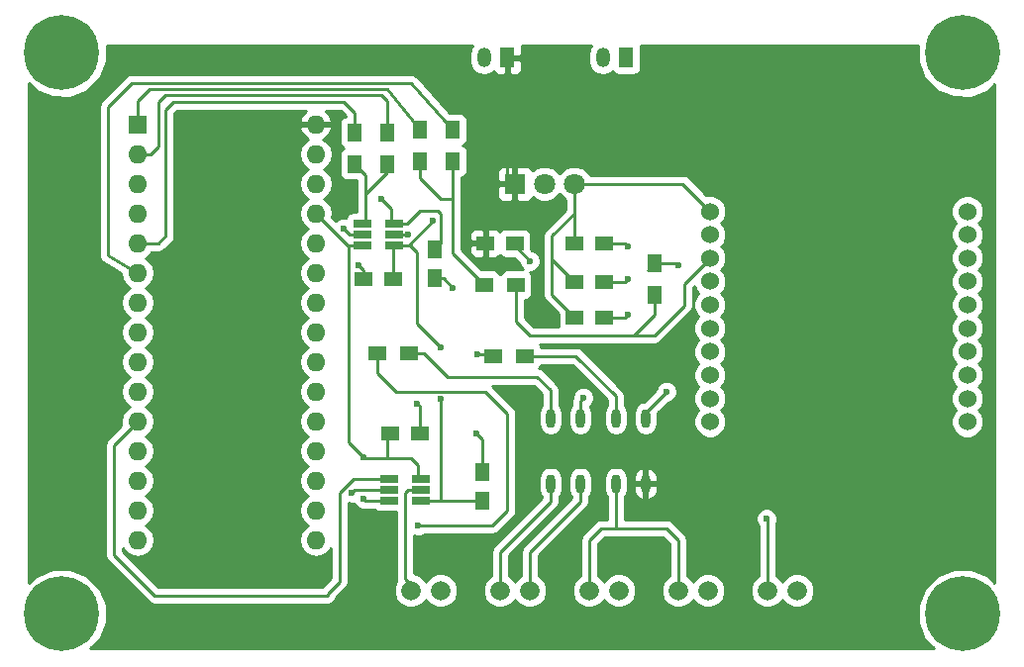
<source format=gtl>
G04 #@! TF.FileFunction,Copper,L1,Top,Signal*
%FSLAX46Y46*%
G04 Gerber Fmt 4.6, Leading zero omitted, Abs format (unit mm)*
G04 Created by KiCad (PCBNEW 4.0.7) date 04/10/18 20:34:57*
%MOMM*%
%LPD*%
G01*
G04 APERTURE LIST*
%ADD10C,0.100000*%
%ADD11C,6.400000*%
%ADD12R,1.300000X1.500000*%
%ADD13R,1.600000X1.600000*%
%ADD14O,1.600000X1.600000*%
%ADD15R,1.500000X1.250000*%
%ADD16C,1.800000*%
%ADD17R,1.800000X1.800000*%
%ADD18O,0.800000X1.600000*%
%ADD19R,1.500000X1.300000*%
%ADD20C,1.524000*%
%ADD21R,1.250000X1.500000*%
%ADD22R,1.560000X0.650000*%
%ADD23R,1.200000X1.700000*%
%ADD24O,1.200000X1.700000*%
%ADD25C,1.670000*%
%ADD26C,0.600000*%
%ADD27C,0.250000*%
%ADD28C,0.254000*%
G04 APERTURE END LIST*
D10*
D11*
X87000000Y-98000000D03*
X87000000Y-146000000D03*
X164000000Y-146000000D03*
D12*
X112014000Y-104822000D03*
X112014000Y-107522000D03*
X120396000Y-104568000D03*
X120396000Y-107268000D03*
D13*
X93472000Y-104140000D03*
D14*
X108712000Y-137160000D03*
X93472000Y-106680000D03*
X108712000Y-134620000D03*
X93472000Y-109220000D03*
X108712000Y-132080000D03*
X93472000Y-111760000D03*
X108712000Y-129540000D03*
X93472000Y-114300000D03*
X108712000Y-127000000D03*
X93472000Y-116840000D03*
X108712000Y-124460000D03*
X93472000Y-119380000D03*
X108712000Y-121920000D03*
X93472000Y-121920000D03*
X108712000Y-119380000D03*
X93472000Y-124460000D03*
X108712000Y-116840000D03*
X93472000Y-127000000D03*
X108712000Y-114300000D03*
X93472000Y-129540000D03*
X108712000Y-111760000D03*
X93472000Y-132080000D03*
X108712000Y-109220000D03*
X93472000Y-134620000D03*
X108712000Y-106680000D03*
X93472000Y-137160000D03*
X108712000Y-104140000D03*
X93472000Y-139700000D03*
X108712000Y-139700000D03*
D15*
X123210000Y-114300000D03*
X125710000Y-114300000D03*
X130830000Y-114300000D03*
X133330000Y-114300000D03*
D12*
X117602000Y-104568000D03*
X117602000Y-107268000D03*
X114808000Y-104822000D03*
X114808000Y-107522000D03*
D16*
X130810000Y-109220000D03*
D17*
X125730000Y-109220000D03*
D16*
X128270000Y-109220000D03*
D18*
X136906000Y-129280000D03*
X134366000Y-129280000D03*
X136906000Y-134880000D03*
X134366000Y-134880000D03*
X131318000Y-129280000D03*
X128778000Y-129280000D03*
X131318000Y-134880000D03*
X128778000Y-134880000D03*
D15*
X130830000Y-120650000D03*
X133330000Y-120650000D03*
X130830000Y-117602000D03*
X133330000Y-117602000D03*
D19*
X126572000Y-123952000D03*
X123872000Y-123952000D03*
X116666000Y-123698000D03*
X113966000Y-123698000D03*
X125810000Y-117856000D03*
X123110000Y-117856000D03*
D12*
X137668000Y-115998000D03*
X137668000Y-118698000D03*
D20*
X142417800Y-111572040D03*
X142417800Y-113573560D03*
X142417800Y-115572540D03*
X142417800Y-117574060D03*
X142417800Y-119573040D03*
X142417800Y-121572020D03*
X142417800Y-123573540D03*
X142417800Y-125572520D03*
X142417800Y-127574040D03*
X142417800Y-129573020D03*
X164414200Y-129573020D03*
X164414200Y-127574040D03*
X164414200Y-125572520D03*
X164414200Y-123573540D03*
X164414200Y-121572020D03*
X164414200Y-119573040D03*
X164414200Y-117574060D03*
X164414200Y-115572540D03*
X164414200Y-113573560D03*
X164414200Y-111572040D03*
D15*
X115082000Y-130556000D03*
X117582000Y-130556000D03*
X115296000Y-117348000D03*
X112796000Y-117348000D03*
D21*
X118872000Y-114828000D03*
X118872000Y-117328000D03*
X122936000Y-136378000D03*
X122936000Y-133878000D03*
D22*
X112696000Y-112588000D03*
X112696000Y-113538000D03*
X112696000Y-114488000D03*
X115396000Y-114488000D03*
X115396000Y-112588000D03*
X115396000Y-113538000D03*
X114982000Y-134432000D03*
X114982000Y-135382000D03*
X114982000Y-136332000D03*
X117682000Y-136332000D03*
X117682000Y-134432000D03*
X117682000Y-135382000D03*
D11*
X164000000Y-98000000D03*
D23*
X125095000Y-98425000D03*
D24*
X123095000Y-98425000D03*
D23*
X135255000Y-98425000D03*
D24*
X133255000Y-98425000D03*
D25*
X149860000Y-144018000D03*
X147320000Y-144018000D03*
X134620000Y-144018000D03*
X132080000Y-144018000D03*
X127000000Y-144018000D03*
X124460000Y-144018000D03*
X142240000Y-144018000D03*
X139700000Y-144018000D03*
X119380000Y-144018000D03*
X116840000Y-144018000D03*
D26*
X135382000Y-114554000D03*
X135382000Y-117348000D03*
X135382000Y-120396000D03*
X112395000Y-116205000D03*
X120396000Y-118110000D03*
X122428000Y-130556000D03*
X117348000Y-128016000D03*
X111760000Y-135636000D03*
X131572000Y-127508000D03*
X138684000Y-127000000D03*
X127000000Y-115824000D03*
X139700000Y-116205000D03*
X111125000Y-113030000D03*
X116586000Y-113538000D03*
X147256500Y-137858500D03*
X117475000Y-138430000D03*
X122555000Y-123825000D03*
X119380000Y-123190000D03*
X119380000Y-127635000D03*
X118745000Y-112395000D03*
X112776000Y-132588000D03*
X112776000Y-136144000D03*
X114300000Y-110490000D03*
D27*
X120396000Y-110490000D02*
X119380000Y-110490000D01*
X117602000Y-108712000D02*
X117602000Y-107268000D01*
X119380000Y-110490000D02*
X117602000Y-108712000D01*
X120396000Y-107268000D02*
X120396000Y-110490000D01*
X120396000Y-110490000D02*
X120396000Y-115142000D01*
X120396000Y-115142000D02*
X123110000Y-117856000D01*
X133330000Y-114300000D02*
X135128000Y-114300000D01*
X135128000Y-114300000D02*
X135382000Y-114554000D01*
X133330000Y-117602000D02*
X135128000Y-117602000D01*
X135128000Y-117602000D02*
X135382000Y-117348000D01*
X133330000Y-120650000D02*
X135128000Y-120650000D01*
X135128000Y-120650000D02*
X135382000Y-120396000D01*
X112796000Y-117348000D02*
X112796000Y-116606000D01*
X112796000Y-116606000D02*
X112395000Y-116205000D01*
X118872000Y-117328000D02*
X119614000Y-117328000D01*
X119614000Y-117328000D02*
X120396000Y-118110000D01*
X122936000Y-133878000D02*
X122936000Y-131064000D01*
X122936000Y-131064000D02*
X122428000Y-130556000D01*
X117582000Y-130556000D02*
X117582000Y-128250000D01*
X117582000Y-128250000D02*
X117348000Y-128016000D01*
X114982000Y-135382000D02*
X112014000Y-135382000D01*
X112014000Y-135382000D02*
X111760000Y-135636000D01*
X131318000Y-129280000D02*
X131318000Y-127762000D01*
X131318000Y-127762000D02*
X131572000Y-127508000D01*
X136906000Y-128778000D02*
X138684000Y-127000000D01*
X136906000Y-129280000D02*
X136906000Y-128778000D01*
X125710000Y-114300000D02*
X125710000Y-114534000D01*
X125710000Y-114534000D02*
X127000000Y-115824000D01*
X137668000Y-115998000D02*
X139493000Y-115998000D01*
X139493000Y-115998000D02*
X139700000Y-116205000D01*
X137080000Y-116586000D02*
X137668000Y-115998000D01*
X112946000Y-113538000D02*
X111633000Y-113538000D01*
X111633000Y-113538000D02*
X111125000Y-113030000D01*
X115146000Y-113538000D02*
X116586000Y-113538000D01*
X112014000Y-104822000D02*
X112014000Y-103124000D01*
X95250000Y-114300000D02*
X93472000Y-114300000D01*
X95885000Y-113665000D02*
X95250000Y-114300000D01*
X95885000Y-102870000D02*
X95885000Y-113665000D01*
X96520000Y-102235000D02*
X95885000Y-102870000D01*
X111125000Y-102235000D02*
X96520000Y-102235000D01*
X112014000Y-103124000D02*
X111125000Y-102235000D01*
X112014000Y-104822000D02*
X112014000Y-104140000D01*
X93472000Y-116840000D02*
X93472000Y-116840000D01*
X116840000Y-100584000D02*
X120396000Y-104568000D01*
X92964000Y-100584000D02*
X116840000Y-100584000D01*
X90932000Y-102616000D02*
X92964000Y-100584000D01*
X90932000Y-115316000D02*
X90932000Y-102616000D01*
X93472000Y-116840000D02*
X90932000Y-115316000D01*
X125095000Y-98425000D02*
X125095000Y-108585000D01*
X125095000Y-108585000D02*
X125730000Y-109220000D01*
X134366000Y-138684000D02*
X134366000Y-134880000D01*
X132080000Y-143510000D02*
X132080000Y-139700000D01*
X132080000Y-139700000D02*
X133096000Y-138684000D01*
X137414000Y-138684000D02*
X138684000Y-138684000D01*
X139700000Y-139700000D02*
X139700000Y-140970000D01*
X138684000Y-138684000D02*
X139700000Y-139700000D01*
X134112000Y-135134000D02*
X134366000Y-134880000D01*
X139700000Y-143510000D02*
X139700000Y-140970000D01*
X137414000Y-138684000D02*
X134366000Y-138684000D01*
X134366000Y-138684000D02*
X134112000Y-138684000D01*
X134112000Y-138684000D02*
X133096000Y-138684000D01*
X131318000Y-134880000D02*
X131318000Y-136398000D01*
X131318000Y-136398000D02*
X127000000Y-140716000D01*
X127000000Y-143510000D02*
X127000000Y-140716000D01*
X124460000Y-143510000D02*
X124460000Y-140716000D01*
X124460000Y-140716000D02*
X128778000Y-136398000D01*
X128778000Y-136398000D02*
X128778000Y-134880000D01*
X147320000Y-143510000D02*
X147320000Y-137922000D01*
X147320000Y-137922000D02*
X147256500Y-137858500D01*
X93472000Y-104140000D02*
X93472000Y-102108000D01*
X114808000Y-101092000D02*
X117602000Y-104568000D01*
X94488000Y-101092000D02*
X114808000Y-101092000D01*
X93472000Y-102108000D02*
X94488000Y-101092000D01*
X114808000Y-104822000D02*
X114808000Y-102108000D01*
X94615000Y-106680000D02*
X93472000Y-106680000D01*
X95250000Y-106045000D02*
X94615000Y-106680000D01*
X95250000Y-102235000D02*
X95250000Y-106045000D01*
X95885000Y-101600000D02*
X95250000Y-102235000D01*
X114300000Y-101600000D02*
X95885000Y-101600000D01*
X114808000Y-102108000D02*
X114300000Y-101600000D01*
X112946000Y-108454000D02*
X112014000Y-107522000D01*
X112946000Y-110236000D02*
X112946000Y-108454000D01*
X112946000Y-110236000D02*
X112946000Y-110066000D01*
X112946000Y-110066000D02*
X114808000Y-108204000D01*
X114808000Y-108204000D02*
X114808000Y-107522000D01*
X114808000Y-107522000D02*
X115062000Y-107776000D01*
X112946000Y-112588000D02*
X112946000Y-110236000D01*
X113966000Y-123698000D02*
X113966000Y-125396000D01*
X123825000Y-138430000D02*
X117475000Y-138430000D01*
X125095000Y-137160000D02*
X123825000Y-138430000D01*
X125095000Y-128905000D02*
X125095000Y-137160000D01*
X123190000Y-127000000D02*
X125095000Y-128905000D01*
X115570000Y-127000000D02*
X123190000Y-127000000D01*
X113966000Y-125396000D02*
X115570000Y-127000000D01*
X123745000Y-123825000D02*
X122555000Y-123825000D01*
X123745000Y-123825000D02*
X123872000Y-123952000D01*
X128905000Y-115062000D02*
X128905000Y-115677000D01*
X128905000Y-115677000D02*
X130830000Y-117602000D01*
X128905000Y-117348000D02*
X128905000Y-118725000D01*
X128905000Y-118725000D02*
X130830000Y-120650000D01*
X119380000Y-136332000D02*
X119380000Y-127635000D01*
X117348000Y-116840000D02*
X117348000Y-121158000D01*
X117348000Y-121158000D02*
X119380000Y-123190000D01*
X116586000Y-114488000D02*
X116774000Y-114488000D01*
X117348000Y-115062000D02*
X117348000Y-116840000D01*
X116774000Y-114488000D02*
X117348000Y-115062000D01*
X115296000Y-117348000D02*
X115296000Y-114588000D01*
X115296000Y-114588000D02*
X115396000Y-114488000D01*
X119192000Y-136332000D02*
X119380000Y-136332000D01*
X119380000Y-136332000D02*
X120650000Y-136332000D01*
X117682000Y-136332000D02*
X119192000Y-136332000D01*
X120650000Y-136332000D02*
X122890000Y-136332000D01*
X122890000Y-136332000D02*
X122936000Y-136378000D01*
X116652000Y-114488000D02*
X116586000Y-114488000D01*
X116586000Y-114488000D02*
X115146000Y-114488000D01*
X118745000Y-112395000D02*
X116652000Y-114488000D01*
X130810000Y-109220000D02*
X140065760Y-109220000D01*
X140065760Y-109220000D02*
X142417800Y-111572040D01*
X128905000Y-114935000D02*
X128905000Y-115062000D01*
X128905000Y-115062000D02*
X128905000Y-117348000D01*
X128905000Y-117348000D02*
X128905000Y-117475000D01*
X130810000Y-111760000D02*
X128905000Y-113665000D01*
X128905000Y-113665000D02*
X128905000Y-114935000D01*
X130810000Y-109220000D02*
X130810000Y-111760000D01*
X130810000Y-111760000D02*
X130810000Y-114280000D01*
X130810000Y-114280000D02*
X130830000Y-114300000D01*
X116332000Y-138430000D02*
X116332000Y-143002000D01*
X116332000Y-143002000D02*
X116840000Y-143510000D01*
X116332000Y-135636000D02*
X116332000Y-138430000D01*
X116332000Y-138430000D02*
X116332000Y-138684000D01*
X116586000Y-135382000D02*
X116332000Y-135636000D01*
X117682000Y-135382000D02*
X116586000Y-135382000D01*
X117432000Y-135382000D02*
X117856000Y-135382000D01*
X126572000Y-123952000D02*
X130937000Y-123952000D01*
X134366000Y-127381000D02*
X134366000Y-129280000D01*
X130937000Y-123952000D02*
X134366000Y-127381000D01*
X116666000Y-123698000D02*
X117983000Y-123698000D01*
X128778000Y-126873000D02*
X128778000Y-129280000D01*
X127635000Y-125730000D02*
X128778000Y-126873000D01*
X120015000Y-125730000D02*
X127635000Y-125730000D01*
X117983000Y-123698000D02*
X120015000Y-125730000D01*
X135382000Y-122174000D02*
X135890000Y-122174000D01*
X137668000Y-120396000D02*
X137668000Y-118698000D01*
X135890000Y-122174000D02*
X137668000Y-120396000D01*
X125810000Y-117856000D02*
X125810000Y-120984000D01*
X140208000Y-119634000D02*
X140208000Y-117782340D01*
X137668000Y-122174000D02*
X140208000Y-119634000D01*
X127000000Y-122174000D02*
X135382000Y-122174000D01*
X135382000Y-122174000D02*
X137668000Y-122174000D01*
X125810000Y-120984000D02*
X127000000Y-122174000D01*
X140208000Y-117782340D02*
X142417800Y-115572540D01*
X125810000Y-117856000D02*
X125810000Y-118444000D01*
X109728000Y-144468002D02*
X109728000Y-144272000D01*
X109728000Y-144272000D02*
X110744000Y-143256000D01*
X110744000Y-143256000D02*
X110744000Y-135636000D01*
X110744000Y-135636000D02*
X111948000Y-134432000D01*
X111948000Y-134432000D02*
X114982000Y-134432000D01*
X91440000Y-131572000D02*
X93472000Y-129540000D01*
X91440000Y-140970000D02*
X91440000Y-131572000D01*
X94938002Y-144468002D02*
X91440000Y-140970000D01*
X109728000Y-144468002D02*
X94938002Y-144468002D01*
X115232000Y-134432000D02*
X113218000Y-134432000D01*
X111506000Y-122936000D02*
X111506000Y-131318000D01*
X111506000Y-114488000D02*
X111506000Y-122936000D01*
X111506000Y-131318000D02*
X112776000Y-132588000D01*
X115396000Y-112588000D02*
X116520000Y-112588000D01*
X119380000Y-111760000D02*
X119380000Y-114320000D01*
X119126000Y-111506000D02*
X119380000Y-111760000D01*
X117602000Y-111506000D02*
X119126000Y-111506000D01*
X116520000Y-112588000D02*
X117602000Y-111506000D01*
X119380000Y-114320000D02*
X118872000Y-114828000D01*
X114808000Y-132715000D02*
X114808000Y-130830000D01*
X114808000Y-130830000D02*
X115082000Y-130556000D01*
X112964000Y-136332000D02*
X112776000Y-136144000D01*
X114982000Y-136332000D02*
X112964000Y-136332000D01*
X114300000Y-132715000D02*
X112903000Y-132715000D01*
X114300000Y-132715000D02*
X114808000Y-132715000D01*
X112903000Y-132715000D02*
X112776000Y-132588000D01*
X111440000Y-114488000D02*
X108712000Y-111760000D01*
X111506000Y-114488000D02*
X111440000Y-114488000D01*
X114300000Y-110490000D02*
X115146000Y-111336000D01*
X114808000Y-132715000D02*
X116840000Y-132715000D01*
X116840000Y-132715000D02*
X117432000Y-133307000D01*
X112946000Y-114488000D02*
X111506000Y-114488000D01*
X115146000Y-111336000D02*
X115146000Y-112588000D01*
X117432000Y-133307000D02*
X117432000Y-134432000D01*
D28*
G36*
X121954009Y-97673293D02*
X121860000Y-98145907D01*
X121860000Y-98704093D01*
X121954009Y-99176707D01*
X122221723Y-99577370D01*
X122622386Y-99845084D01*
X123095000Y-99939093D01*
X123567614Y-99845084D01*
X123940590Y-99595870D01*
X123956673Y-99634699D01*
X124135302Y-99813327D01*
X124368691Y-99910000D01*
X124809250Y-99910000D01*
X124968000Y-99751250D01*
X124968000Y-98552000D01*
X125222000Y-98552000D01*
X125222000Y-99751250D01*
X125380750Y-99910000D01*
X125821309Y-99910000D01*
X126054698Y-99813327D01*
X126233327Y-99634699D01*
X126330000Y-99401310D01*
X126330000Y-98710750D01*
X126171250Y-98552000D01*
X125222000Y-98552000D01*
X124968000Y-98552000D01*
X124948000Y-98552000D01*
X124948000Y-98298000D01*
X124968000Y-98298000D01*
X124968000Y-98278000D01*
X125222000Y-98278000D01*
X125222000Y-98298000D01*
X126171250Y-98298000D01*
X126330000Y-98139250D01*
X126330000Y-97448690D01*
X126313560Y-97409000D01*
X132290604Y-97409000D01*
X132114009Y-97673293D01*
X132020000Y-98145907D01*
X132020000Y-98704093D01*
X132114009Y-99176707D01*
X132381723Y-99577370D01*
X132782386Y-99845084D01*
X133255000Y-99939093D01*
X133727614Y-99845084D01*
X134104996Y-99592926D01*
X134190910Y-99726441D01*
X134403110Y-99871431D01*
X134655000Y-99922440D01*
X135855000Y-99922440D01*
X136090317Y-99878162D01*
X136306441Y-99739090D01*
X136451431Y-99526890D01*
X136502440Y-99275000D01*
X136502440Y-97575000D01*
X136471205Y-97409000D01*
X160165514Y-97409000D01*
X160164336Y-98759482D01*
X160746950Y-100169515D01*
X161824811Y-101249259D01*
X163233825Y-101834333D01*
X164759482Y-101835664D01*
X166169515Y-101253050D01*
X166751000Y-100672579D01*
X166751000Y-143327558D01*
X166175189Y-142750741D01*
X164766175Y-142165667D01*
X163240518Y-142164336D01*
X161830485Y-142746950D01*
X160750741Y-143824811D01*
X160165667Y-145233825D01*
X160164336Y-146759482D01*
X160746950Y-148169515D01*
X161547037Y-148971000D01*
X89452058Y-148971000D01*
X90249259Y-148175189D01*
X90834333Y-146766175D01*
X90835664Y-145240518D01*
X90253050Y-143830485D01*
X89175189Y-142750741D01*
X87766175Y-142165667D01*
X86240518Y-142164336D01*
X84830485Y-142746950D01*
X84201000Y-143375337D01*
X84201000Y-102616000D01*
X90172000Y-102616000D01*
X90172000Y-115316000D01*
X90190166Y-115407326D01*
X90194692Y-115500327D01*
X90218828Y-115551420D01*
X90229852Y-115606839D01*
X90281581Y-115684258D01*
X90321355Y-115768452D01*
X90363207Y-115806420D01*
X90394599Y-115853401D01*
X90472016Y-115905129D01*
X90540983Y-115967695D01*
X92010793Y-116849580D01*
X92118120Y-117389151D01*
X92429189Y-117854698D01*
X92811275Y-118110000D01*
X92429189Y-118365302D01*
X92118120Y-118830849D01*
X92008887Y-119380000D01*
X92118120Y-119929151D01*
X92429189Y-120394698D01*
X92811275Y-120650000D01*
X92429189Y-120905302D01*
X92118120Y-121370849D01*
X92008887Y-121920000D01*
X92118120Y-122469151D01*
X92429189Y-122934698D01*
X92811275Y-123190000D01*
X92429189Y-123445302D01*
X92118120Y-123910849D01*
X92008887Y-124460000D01*
X92118120Y-125009151D01*
X92429189Y-125474698D01*
X92811275Y-125730000D01*
X92429189Y-125985302D01*
X92118120Y-126450849D01*
X92008887Y-127000000D01*
X92118120Y-127549151D01*
X92429189Y-128014698D01*
X92811275Y-128270000D01*
X92429189Y-128525302D01*
X92118120Y-128990849D01*
X92008887Y-129540000D01*
X92073312Y-129863886D01*
X90902599Y-131034599D01*
X90737852Y-131281161D01*
X90680000Y-131572000D01*
X90680000Y-140970000D01*
X90737852Y-141260839D01*
X90902599Y-141507401D01*
X94400601Y-145005403D01*
X94647163Y-145170150D01*
X94938002Y-145228002D01*
X109728000Y-145228002D01*
X110018839Y-145170150D01*
X110265401Y-145005403D01*
X110430148Y-144758841D01*
X110458501Y-144616301D01*
X111281401Y-143793401D01*
X111446148Y-143546839D01*
X111504000Y-143256000D01*
X111504000Y-136542103D01*
X111573201Y-136570838D01*
X111940826Y-136571158D01*
X111982883Y-136672943D01*
X112245673Y-136936192D01*
X112589201Y-137078838D01*
X112899188Y-137079108D01*
X112964000Y-137092000D01*
X113727331Y-137092000D01*
X113737910Y-137108441D01*
X113950110Y-137253431D01*
X114202000Y-137304440D01*
X115572000Y-137304440D01*
X115572000Y-143002000D01*
X115605973Y-143172793D01*
X115594521Y-143184225D01*
X115370256Y-143724316D01*
X115369745Y-144309118D01*
X115593068Y-144849600D01*
X116006225Y-145263479D01*
X116546316Y-145487744D01*
X117131118Y-145488255D01*
X117671600Y-145264932D01*
X118085479Y-144851775D01*
X118109783Y-144793245D01*
X118133068Y-144849600D01*
X118546225Y-145263479D01*
X119086316Y-145487744D01*
X119671118Y-145488255D01*
X120211600Y-145264932D01*
X120625479Y-144851775D01*
X120849744Y-144311684D01*
X120849746Y-144309118D01*
X122989745Y-144309118D01*
X123213068Y-144849600D01*
X123626225Y-145263479D01*
X124166316Y-145487744D01*
X124751118Y-145488255D01*
X125291600Y-145264932D01*
X125705479Y-144851775D01*
X125729783Y-144793245D01*
X125753068Y-144849600D01*
X126166225Y-145263479D01*
X126706316Y-145487744D01*
X127291118Y-145488255D01*
X127831600Y-145264932D01*
X128245479Y-144851775D01*
X128469744Y-144311684D01*
X128469746Y-144309118D01*
X130609745Y-144309118D01*
X130833068Y-144849600D01*
X131246225Y-145263479D01*
X131786316Y-145487744D01*
X132371118Y-145488255D01*
X132911600Y-145264932D01*
X133325479Y-144851775D01*
X133349783Y-144793245D01*
X133373068Y-144849600D01*
X133786225Y-145263479D01*
X134326316Y-145487744D01*
X134911118Y-145488255D01*
X135451600Y-145264932D01*
X135865479Y-144851775D01*
X136089744Y-144311684D01*
X136090255Y-143726882D01*
X135866932Y-143186400D01*
X135453775Y-142772521D01*
X134913684Y-142548256D01*
X134328882Y-142547745D01*
X133788400Y-142771068D01*
X133374521Y-143184225D01*
X133350217Y-143242755D01*
X133326932Y-143186400D01*
X132913775Y-142772521D01*
X132840000Y-142741887D01*
X132840000Y-140014802D01*
X133410802Y-139444000D01*
X138369198Y-139444000D01*
X138940000Y-140014802D01*
X138940000Y-142741483D01*
X138868400Y-142771068D01*
X138454521Y-143184225D01*
X138230256Y-143724316D01*
X138229745Y-144309118D01*
X138453068Y-144849600D01*
X138866225Y-145263479D01*
X139406316Y-145487744D01*
X139991118Y-145488255D01*
X140531600Y-145264932D01*
X140945479Y-144851775D01*
X140969783Y-144793245D01*
X140993068Y-144849600D01*
X141406225Y-145263479D01*
X141946316Y-145487744D01*
X142531118Y-145488255D01*
X143071600Y-145264932D01*
X143485479Y-144851775D01*
X143709744Y-144311684D01*
X143709746Y-144309118D01*
X145849745Y-144309118D01*
X146073068Y-144849600D01*
X146486225Y-145263479D01*
X147026316Y-145487744D01*
X147611118Y-145488255D01*
X148151600Y-145264932D01*
X148565479Y-144851775D01*
X148589783Y-144793245D01*
X148613068Y-144849600D01*
X149026225Y-145263479D01*
X149566316Y-145487744D01*
X150151118Y-145488255D01*
X150691600Y-145264932D01*
X151105479Y-144851775D01*
X151329744Y-144311684D01*
X151330255Y-143726882D01*
X151106932Y-143186400D01*
X150693775Y-142772521D01*
X150153684Y-142548256D01*
X149568882Y-142547745D01*
X149028400Y-142771068D01*
X148614521Y-143184225D01*
X148590217Y-143242755D01*
X148566932Y-143186400D01*
X148153775Y-142772521D01*
X148080000Y-142741887D01*
X148080000Y-138313429D01*
X148191338Y-138045299D01*
X148191662Y-137673333D01*
X148049617Y-137329557D01*
X147786827Y-137066308D01*
X147443299Y-136923662D01*
X147071333Y-136923338D01*
X146727557Y-137065383D01*
X146464308Y-137328173D01*
X146321662Y-137671701D01*
X146321338Y-138043667D01*
X146463383Y-138387443D01*
X146560000Y-138484229D01*
X146560000Y-142741483D01*
X146488400Y-142771068D01*
X146074521Y-143184225D01*
X145850256Y-143724316D01*
X145849745Y-144309118D01*
X143709746Y-144309118D01*
X143710255Y-143726882D01*
X143486932Y-143186400D01*
X143073775Y-142772521D01*
X142533684Y-142548256D01*
X141948882Y-142547745D01*
X141408400Y-142771068D01*
X140994521Y-143184225D01*
X140970217Y-143242755D01*
X140946932Y-143186400D01*
X140533775Y-142772521D01*
X140460000Y-142741887D01*
X140460000Y-139700000D01*
X140402148Y-139409161D01*
X140237401Y-139162599D01*
X139221401Y-138146599D01*
X138974839Y-137981852D01*
X138684000Y-137924000D01*
X135126000Y-137924000D01*
X135126000Y-135997848D01*
X135322215Y-135704190D01*
X135401000Y-135308113D01*
X135401000Y-135007000D01*
X135871000Y-135007000D01*
X135871000Y-135407000D01*
X135998385Y-135793410D01*
X136263947Y-136101658D01*
X136619877Y-136274666D01*
X136779000Y-136146998D01*
X136779000Y-135007000D01*
X137033000Y-135007000D01*
X137033000Y-136146998D01*
X137192123Y-136274666D01*
X137548053Y-136101658D01*
X137813615Y-135793410D01*
X137941000Y-135407000D01*
X137941000Y-135007000D01*
X137033000Y-135007000D01*
X136779000Y-135007000D01*
X135871000Y-135007000D01*
X135401000Y-135007000D01*
X135401000Y-134451887D01*
X135381331Y-134353000D01*
X135871000Y-134353000D01*
X135871000Y-134753000D01*
X136779000Y-134753000D01*
X136779000Y-133613002D01*
X137033000Y-133613002D01*
X137033000Y-134753000D01*
X137941000Y-134753000D01*
X137941000Y-134353000D01*
X137813615Y-133966590D01*
X137548053Y-133658342D01*
X137192123Y-133485334D01*
X137033000Y-133613002D01*
X136779000Y-133613002D01*
X136619877Y-133485334D01*
X136263947Y-133658342D01*
X135998385Y-133966590D01*
X135871000Y-134353000D01*
X135381331Y-134353000D01*
X135322215Y-134055810D01*
X135097856Y-133720031D01*
X134762077Y-133495672D01*
X134366000Y-133416887D01*
X133969923Y-133495672D01*
X133634144Y-133720031D01*
X133409785Y-134055810D01*
X133331000Y-134451887D01*
X133331000Y-135308113D01*
X133409785Y-135704190D01*
X133606000Y-135997848D01*
X133606000Y-137924000D01*
X133096000Y-137924000D01*
X132805161Y-137981852D01*
X132558599Y-138146599D01*
X131542599Y-139162599D01*
X131377852Y-139409161D01*
X131320000Y-139700000D01*
X131320000Y-142741483D01*
X131248400Y-142771068D01*
X130834521Y-143184225D01*
X130610256Y-143724316D01*
X130609745Y-144309118D01*
X128469746Y-144309118D01*
X128470255Y-143726882D01*
X128246932Y-143186400D01*
X127833775Y-142772521D01*
X127760000Y-142741887D01*
X127760000Y-141030802D01*
X131855401Y-136935401D01*
X132020148Y-136688839D01*
X132078000Y-136398000D01*
X132078000Y-135997848D01*
X132274215Y-135704190D01*
X132353000Y-135308113D01*
X132353000Y-134451887D01*
X132274215Y-134055810D01*
X132049856Y-133720031D01*
X131714077Y-133495672D01*
X131318000Y-133416887D01*
X130921923Y-133495672D01*
X130586144Y-133720031D01*
X130361785Y-134055810D01*
X130283000Y-134451887D01*
X130283000Y-135308113D01*
X130361785Y-135704190D01*
X130558000Y-135997848D01*
X130558000Y-136083198D01*
X126462599Y-140178599D01*
X126297852Y-140425161D01*
X126240000Y-140716000D01*
X126240000Y-142741483D01*
X126168400Y-142771068D01*
X125754521Y-143184225D01*
X125730217Y-143242755D01*
X125706932Y-143186400D01*
X125293775Y-142772521D01*
X125220000Y-142741887D01*
X125220000Y-141030802D01*
X129315401Y-136935401D01*
X129480148Y-136688839D01*
X129538000Y-136398000D01*
X129538000Y-135997848D01*
X129734215Y-135704190D01*
X129813000Y-135308113D01*
X129813000Y-134451887D01*
X129734215Y-134055810D01*
X129509856Y-133720031D01*
X129174077Y-133495672D01*
X128778000Y-133416887D01*
X128381923Y-133495672D01*
X128046144Y-133720031D01*
X127821785Y-134055810D01*
X127743000Y-134451887D01*
X127743000Y-135308113D01*
X127821785Y-135704190D01*
X128018000Y-135997848D01*
X128018000Y-136083198D01*
X123922599Y-140178599D01*
X123757852Y-140425161D01*
X123700000Y-140716000D01*
X123700000Y-142741483D01*
X123628400Y-142771068D01*
X123214521Y-143184225D01*
X122990256Y-143724316D01*
X122989745Y-144309118D01*
X120849746Y-144309118D01*
X120850255Y-143726882D01*
X120626932Y-143186400D01*
X120213775Y-142772521D01*
X119673684Y-142548256D01*
X119088882Y-142547745D01*
X118548400Y-142771068D01*
X118134521Y-143184225D01*
X118110217Y-143242755D01*
X118086932Y-143186400D01*
X117673775Y-142772521D01*
X117133684Y-142548256D01*
X117092000Y-142548220D01*
X117092000Y-139283368D01*
X117288201Y-139364838D01*
X117660167Y-139365162D01*
X118003943Y-139223117D01*
X118037118Y-139190000D01*
X123825000Y-139190000D01*
X124115839Y-139132148D01*
X124362401Y-138967401D01*
X125632401Y-137697401D01*
X125797148Y-137450840D01*
X125855000Y-137160000D01*
X125855000Y-128905000D01*
X125797148Y-128614161D01*
X125632401Y-128367599D01*
X123754802Y-126490000D01*
X127320198Y-126490000D01*
X128018000Y-127187802D01*
X128018000Y-128162152D01*
X127821785Y-128455810D01*
X127743000Y-128851887D01*
X127743000Y-129708113D01*
X127821785Y-130104190D01*
X128046144Y-130439969D01*
X128381923Y-130664328D01*
X128778000Y-130743113D01*
X129174077Y-130664328D01*
X129509856Y-130439969D01*
X129734215Y-130104190D01*
X129813000Y-129708113D01*
X129813000Y-128851887D01*
X130283000Y-128851887D01*
X130283000Y-129708113D01*
X130361785Y-130104190D01*
X130586144Y-130439969D01*
X130921923Y-130664328D01*
X131318000Y-130743113D01*
X131714077Y-130664328D01*
X132049856Y-130439969D01*
X132274215Y-130104190D01*
X132353000Y-129708113D01*
X132353000Y-128851887D01*
X132274215Y-128455810D01*
X132142880Y-128259253D01*
X132364192Y-128038327D01*
X132506838Y-127694799D01*
X132507162Y-127322833D01*
X132365117Y-126979057D01*
X132102327Y-126715808D01*
X131758799Y-126573162D01*
X131386833Y-126572838D01*
X131043057Y-126714883D01*
X130779808Y-126977673D01*
X130637162Y-127321201D01*
X130637059Y-127439422D01*
X130615852Y-127471161D01*
X130558000Y-127762000D01*
X130558000Y-128162152D01*
X130361785Y-128455810D01*
X130283000Y-128851887D01*
X129813000Y-128851887D01*
X129734215Y-128455810D01*
X129538000Y-128162152D01*
X129538000Y-126873000D01*
X129480148Y-126582161D01*
X129315401Y-126335599D01*
X128172401Y-125192599D01*
X127925839Y-125027852D01*
X127814676Y-125005740D01*
X127918431Y-124853890D01*
X127947164Y-124712000D01*
X130622198Y-124712000D01*
X133606000Y-127695802D01*
X133606000Y-128162152D01*
X133409785Y-128455810D01*
X133331000Y-128851887D01*
X133331000Y-129708113D01*
X133409785Y-130104190D01*
X133634144Y-130439969D01*
X133969923Y-130664328D01*
X134366000Y-130743113D01*
X134762077Y-130664328D01*
X135097856Y-130439969D01*
X135322215Y-130104190D01*
X135401000Y-129708113D01*
X135401000Y-128851887D01*
X135871000Y-128851887D01*
X135871000Y-129708113D01*
X135949785Y-130104190D01*
X136174144Y-130439969D01*
X136509923Y-130664328D01*
X136906000Y-130743113D01*
X137302077Y-130664328D01*
X137637856Y-130439969D01*
X137862215Y-130104190D01*
X137941000Y-129708113D01*
X137941000Y-128851887D01*
X137935345Y-128823457D01*
X138823680Y-127935122D01*
X138869167Y-127935162D01*
X139212943Y-127793117D01*
X139476192Y-127530327D01*
X139618838Y-127186799D01*
X139619162Y-126814833D01*
X139477117Y-126471057D01*
X139214327Y-126207808D01*
X138870799Y-126065162D01*
X138498833Y-126064838D01*
X138155057Y-126206883D01*
X137891808Y-126469673D01*
X137749162Y-126813201D01*
X137749121Y-126860077D01*
X136764082Y-127845116D01*
X136509923Y-127895672D01*
X136174144Y-128120031D01*
X135949785Y-128455810D01*
X135871000Y-128851887D01*
X135401000Y-128851887D01*
X135322215Y-128455810D01*
X135126000Y-128162152D01*
X135126000Y-127381000D01*
X135109367Y-127297379D01*
X135068148Y-127090160D01*
X134903401Y-126843599D01*
X131474401Y-123414599D01*
X131227839Y-123249852D01*
X130937000Y-123192000D01*
X127948742Y-123192000D01*
X127925162Y-123066683D01*
X127839783Y-122934000D01*
X137668000Y-122934000D01*
X137958839Y-122876148D01*
X138205401Y-122711401D01*
X140745401Y-120171401D01*
X140910148Y-119924840D01*
X140940329Y-119773110D01*
X140968000Y-119634000D01*
X140968000Y-118097142D01*
X141077240Y-117987902D01*
X141232790Y-118364363D01*
X141441632Y-118573570D01*
X141234171Y-118780670D01*
X141021043Y-119293940D01*
X141020558Y-119849701D01*
X141232790Y-120363343D01*
X141441632Y-120572550D01*
X141234171Y-120779650D01*
X141021043Y-121292920D01*
X141020558Y-121848681D01*
X141232790Y-122362323D01*
X141442902Y-122572803D01*
X141234171Y-122781170D01*
X141021043Y-123294440D01*
X141020558Y-123850201D01*
X141232790Y-124363843D01*
X141441632Y-124573050D01*
X141234171Y-124780150D01*
X141021043Y-125293420D01*
X141020558Y-125849181D01*
X141232790Y-126362823D01*
X141442902Y-126573303D01*
X141234171Y-126781670D01*
X141021043Y-127294940D01*
X141020558Y-127850701D01*
X141232790Y-128364343D01*
X141441632Y-128573550D01*
X141234171Y-128780650D01*
X141021043Y-129293920D01*
X141020558Y-129849681D01*
X141232790Y-130363323D01*
X141625430Y-130756649D01*
X142138700Y-130969777D01*
X142694461Y-130970262D01*
X143208103Y-130758030D01*
X143601429Y-130365390D01*
X143814557Y-129852120D01*
X143815042Y-129296359D01*
X143602810Y-128782717D01*
X143393968Y-128573510D01*
X143601429Y-128366410D01*
X143814557Y-127853140D01*
X143815042Y-127297379D01*
X143602810Y-126783737D01*
X143392698Y-126573257D01*
X143601429Y-126364890D01*
X143814557Y-125851620D01*
X143815042Y-125295859D01*
X143602810Y-124782217D01*
X143393968Y-124573010D01*
X143601429Y-124365910D01*
X143814557Y-123852640D01*
X143815042Y-123296879D01*
X143602810Y-122783237D01*
X143392698Y-122572757D01*
X143601429Y-122364390D01*
X143814557Y-121851120D01*
X143815042Y-121295359D01*
X143602810Y-120781717D01*
X143393968Y-120572510D01*
X143601429Y-120365410D01*
X143814557Y-119852140D01*
X143815042Y-119296379D01*
X143602810Y-118782737D01*
X143393968Y-118573530D01*
X143601429Y-118366430D01*
X143814557Y-117853160D01*
X143815042Y-117297399D01*
X143602810Y-116783757D01*
X143392698Y-116573277D01*
X143601429Y-116364910D01*
X143814557Y-115851640D01*
X143815042Y-115295879D01*
X143602810Y-114782237D01*
X143393968Y-114573030D01*
X143601429Y-114365930D01*
X143814557Y-113852660D01*
X143815042Y-113296899D01*
X143602810Y-112783257D01*
X143392698Y-112572777D01*
X143601429Y-112364410D01*
X143814557Y-111851140D01*
X143814559Y-111848701D01*
X163016958Y-111848701D01*
X163229190Y-112362343D01*
X163439302Y-112572823D01*
X163230571Y-112781190D01*
X163017443Y-113294460D01*
X163016958Y-113850221D01*
X163229190Y-114363863D01*
X163438032Y-114573070D01*
X163230571Y-114780170D01*
X163017443Y-115293440D01*
X163016958Y-115849201D01*
X163229190Y-116362843D01*
X163439302Y-116573323D01*
X163230571Y-116781690D01*
X163017443Y-117294960D01*
X163016958Y-117850721D01*
X163229190Y-118364363D01*
X163438032Y-118573570D01*
X163230571Y-118780670D01*
X163017443Y-119293940D01*
X163016958Y-119849701D01*
X163229190Y-120363343D01*
X163438032Y-120572550D01*
X163230571Y-120779650D01*
X163017443Y-121292920D01*
X163016958Y-121848681D01*
X163229190Y-122362323D01*
X163439302Y-122572803D01*
X163230571Y-122781170D01*
X163017443Y-123294440D01*
X163016958Y-123850201D01*
X163229190Y-124363843D01*
X163438032Y-124573050D01*
X163230571Y-124780150D01*
X163017443Y-125293420D01*
X163016958Y-125849181D01*
X163229190Y-126362823D01*
X163439302Y-126573303D01*
X163230571Y-126781670D01*
X163017443Y-127294940D01*
X163016958Y-127850701D01*
X163229190Y-128364343D01*
X163438032Y-128573550D01*
X163230571Y-128780650D01*
X163017443Y-129293920D01*
X163016958Y-129849681D01*
X163229190Y-130363323D01*
X163621830Y-130756649D01*
X164135100Y-130969777D01*
X164690861Y-130970262D01*
X165204503Y-130758030D01*
X165597829Y-130365390D01*
X165810957Y-129852120D01*
X165811442Y-129296359D01*
X165599210Y-128782717D01*
X165390368Y-128573510D01*
X165597829Y-128366410D01*
X165810957Y-127853140D01*
X165811442Y-127297379D01*
X165599210Y-126783737D01*
X165389098Y-126573257D01*
X165597829Y-126364890D01*
X165810957Y-125851620D01*
X165811442Y-125295859D01*
X165599210Y-124782217D01*
X165390368Y-124573010D01*
X165597829Y-124365910D01*
X165810957Y-123852640D01*
X165811442Y-123296879D01*
X165599210Y-122783237D01*
X165389098Y-122572757D01*
X165597829Y-122364390D01*
X165810957Y-121851120D01*
X165811442Y-121295359D01*
X165599210Y-120781717D01*
X165390368Y-120572510D01*
X165597829Y-120365410D01*
X165810957Y-119852140D01*
X165811442Y-119296379D01*
X165599210Y-118782737D01*
X165390368Y-118573530D01*
X165597829Y-118366430D01*
X165810957Y-117853160D01*
X165811442Y-117297399D01*
X165599210Y-116783757D01*
X165389098Y-116573277D01*
X165597829Y-116364910D01*
X165810957Y-115851640D01*
X165811442Y-115295879D01*
X165599210Y-114782237D01*
X165390368Y-114573030D01*
X165597829Y-114365930D01*
X165810957Y-113852660D01*
X165811442Y-113296899D01*
X165599210Y-112783257D01*
X165389098Y-112572777D01*
X165597829Y-112364410D01*
X165810957Y-111851140D01*
X165811442Y-111295379D01*
X165599210Y-110781737D01*
X165206570Y-110388411D01*
X164693300Y-110175283D01*
X164137539Y-110174798D01*
X163623897Y-110387030D01*
X163230571Y-110779670D01*
X163017443Y-111292940D01*
X163016958Y-111848701D01*
X143814559Y-111848701D01*
X143815042Y-111295379D01*
X143602810Y-110781737D01*
X143210170Y-110388411D01*
X142696900Y-110175283D01*
X142141139Y-110174798D01*
X142108745Y-110188183D01*
X140603161Y-108682599D01*
X140356599Y-108517852D01*
X140065760Y-108460000D01*
X132156846Y-108460000D01*
X132112068Y-108351629D01*
X131680643Y-107919449D01*
X131116670Y-107685267D01*
X130506009Y-107684735D01*
X129941629Y-107917932D01*
X129539677Y-108319182D01*
X129140643Y-107919449D01*
X128576670Y-107685267D01*
X127966009Y-107684735D01*
X127401629Y-107917932D01*
X127224159Y-108095092D01*
X127168327Y-107960301D01*
X126989698Y-107781673D01*
X126756309Y-107685000D01*
X126015750Y-107685000D01*
X125857000Y-107843750D01*
X125857000Y-109093000D01*
X125877000Y-109093000D01*
X125877000Y-109347000D01*
X125857000Y-109347000D01*
X125857000Y-110596250D01*
X126015750Y-110755000D01*
X126756309Y-110755000D01*
X126989698Y-110658327D01*
X127168327Y-110479699D01*
X127224119Y-110345006D01*
X127399357Y-110520551D01*
X127963330Y-110754733D01*
X128573991Y-110755265D01*
X129138371Y-110522068D01*
X129540323Y-110120818D01*
X129939357Y-110520551D01*
X130050000Y-110566494D01*
X130050000Y-111445198D01*
X128367599Y-113127599D01*
X128202852Y-113374161D01*
X128145000Y-113665000D01*
X128145000Y-118725000D01*
X128202852Y-119015839D01*
X128367599Y-119262401D01*
X129432560Y-120327362D01*
X129432560Y-121275000D01*
X129458715Y-121414000D01*
X127314802Y-121414000D01*
X126570000Y-120669198D01*
X126570000Y-119151558D01*
X126795317Y-119109162D01*
X127011441Y-118970090D01*
X127156431Y-118757890D01*
X127207440Y-118506000D01*
X127207440Y-117206000D01*
X127163162Y-116970683D01*
X127026963Y-116759024D01*
X127185167Y-116759162D01*
X127528943Y-116617117D01*
X127792192Y-116354327D01*
X127934838Y-116010799D01*
X127935162Y-115638833D01*
X127793117Y-115295057D01*
X127530327Y-115031808D01*
X127186799Y-114889162D01*
X127139924Y-114889121D01*
X127107440Y-114856637D01*
X127107440Y-113675000D01*
X127063162Y-113439683D01*
X126924090Y-113223559D01*
X126711890Y-113078569D01*
X126460000Y-113027560D01*
X124960000Y-113027560D01*
X124724683Y-113071838D01*
X124508559Y-113210910D01*
X124462031Y-113279006D01*
X124319698Y-113136673D01*
X124086309Y-113040000D01*
X123495750Y-113040000D01*
X123337000Y-113198750D01*
X123337000Y-114173000D01*
X123357000Y-114173000D01*
X123357000Y-114427000D01*
X123337000Y-114427000D01*
X123337000Y-115401250D01*
X123495750Y-115560000D01*
X124086309Y-115560000D01*
X124319698Y-115463327D01*
X124460936Y-115322090D01*
X124495910Y-115376441D01*
X124708110Y-115521431D01*
X124960000Y-115572440D01*
X125673638Y-115572440D01*
X126064878Y-115963680D01*
X126064838Y-116009167D01*
X126206883Y-116352943D01*
X126412141Y-116558560D01*
X125060000Y-116558560D01*
X124824683Y-116602838D01*
X124608559Y-116741910D01*
X124463569Y-116954110D01*
X124460919Y-116967197D01*
X124324090Y-116754559D01*
X124111890Y-116609569D01*
X123860000Y-116558560D01*
X122887362Y-116558560D01*
X121156000Y-114827198D01*
X121156000Y-114585750D01*
X121825000Y-114585750D01*
X121825000Y-115051310D01*
X121921673Y-115284699D01*
X122100302Y-115463327D01*
X122333691Y-115560000D01*
X122924250Y-115560000D01*
X123083000Y-115401250D01*
X123083000Y-114427000D01*
X121983750Y-114427000D01*
X121825000Y-114585750D01*
X121156000Y-114585750D01*
X121156000Y-113548690D01*
X121825000Y-113548690D01*
X121825000Y-114014250D01*
X121983750Y-114173000D01*
X123083000Y-114173000D01*
X123083000Y-113198750D01*
X122924250Y-113040000D01*
X122333691Y-113040000D01*
X122100302Y-113136673D01*
X121921673Y-113315301D01*
X121825000Y-113548690D01*
X121156000Y-113548690D01*
X121156000Y-109505750D01*
X124195000Y-109505750D01*
X124195000Y-110246310D01*
X124291673Y-110479699D01*
X124470302Y-110658327D01*
X124703691Y-110755000D01*
X125444250Y-110755000D01*
X125603000Y-110596250D01*
X125603000Y-109347000D01*
X124353750Y-109347000D01*
X124195000Y-109505750D01*
X121156000Y-109505750D01*
X121156000Y-108644742D01*
X121281317Y-108621162D01*
X121497441Y-108482090D01*
X121642431Y-108269890D01*
X121657861Y-108193690D01*
X124195000Y-108193690D01*
X124195000Y-108934250D01*
X124353750Y-109093000D01*
X125603000Y-109093000D01*
X125603000Y-107843750D01*
X125444250Y-107685000D01*
X124703691Y-107685000D01*
X124470302Y-107781673D01*
X124291673Y-107960301D01*
X124195000Y-108193690D01*
X121657861Y-108193690D01*
X121693440Y-108018000D01*
X121693440Y-106518000D01*
X121649162Y-106282683D01*
X121510090Y-106066559D01*
X121297890Y-105921569D01*
X121284803Y-105918919D01*
X121497441Y-105782090D01*
X121642431Y-105569890D01*
X121693440Y-105318000D01*
X121693440Y-103818000D01*
X121649162Y-103582683D01*
X121510090Y-103366559D01*
X121297890Y-103221569D01*
X121046000Y-103170560D01*
X120167393Y-103170560D01*
X117406993Y-100077919D01*
X117389542Y-100064769D01*
X117377401Y-100046599D01*
X117271698Y-99975971D01*
X117170165Y-99899463D01*
X117149008Y-99893992D01*
X117130839Y-99881852D01*
X117006150Y-99857050D01*
X116883071Y-99825222D01*
X116861433Y-99828263D01*
X116840000Y-99824000D01*
X92964000Y-99824000D01*
X92673161Y-99881852D01*
X92426599Y-100046599D01*
X90394599Y-102078599D01*
X90229852Y-102325161D01*
X90172000Y-102616000D01*
X84201000Y-102616000D01*
X84201000Y-100624358D01*
X84824811Y-101249259D01*
X86233825Y-101834333D01*
X87759482Y-101835664D01*
X89169515Y-101253050D01*
X90249259Y-100175189D01*
X90834333Y-98766175D01*
X90835517Y-97409000D01*
X122130604Y-97409000D01*
X121954009Y-97673293D01*
X121954009Y-97673293D01*
G37*
X121954009Y-97673293D02*
X121860000Y-98145907D01*
X121860000Y-98704093D01*
X121954009Y-99176707D01*
X122221723Y-99577370D01*
X122622386Y-99845084D01*
X123095000Y-99939093D01*
X123567614Y-99845084D01*
X123940590Y-99595870D01*
X123956673Y-99634699D01*
X124135302Y-99813327D01*
X124368691Y-99910000D01*
X124809250Y-99910000D01*
X124968000Y-99751250D01*
X124968000Y-98552000D01*
X125222000Y-98552000D01*
X125222000Y-99751250D01*
X125380750Y-99910000D01*
X125821309Y-99910000D01*
X126054698Y-99813327D01*
X126233327Y-99634699D01*
X126330000Y-99401310D01*
X126330000Y-98710750D01*
X126171250Y-98552000D01*
X125222000Y-98552000D01*
X124968000Y-98552000D01*
X124948000Y-98552000D01*
X124948000Y-98298000D01*
X124968000Y-98298000D01*
X124968000Y-98278000D01*
X125222000Y-98278000D01*
X125222000Y-98298000D01*
X126171250Y-98298000D01*
X126330000Y-98139250D01*
X126330000Y-97448690D01*
X126313560Y-97409000D01*
X132290604Y-97409000D01*
X132114009Y-97673293D01*
X132020000Y-98145907D01*
X132020000Y-98704093D01*
X132114009Y-99176707D01*
X132381723Y-99577370D01*
X132782386Y-99845084D01*
X133255000Y-99939093D01*
X133727614Y-99845084D01*
X134104996Y-99592926D01*
X134190910Y-99726441D01*
X134403110Y-99871431D01*
X134655000Y-99922440D01*
X135855000Y-99922440D01*
X136090317Y-99878162D01*
X136306441Y-99739090D01*
X136451431Y-99526890D01*
X136502440Y-99275000D01*
X136502440Y-97575000D01*
X136471205Y-97409000D01*
X160165514Y-97409000D01*
X160164336Y-98759482D01*
X160746950Y-100169515D01*
X161824811Y-101249259D01*
X163233825Y-101834333D01*
X164759482Y-101835664D01*
X166169515Y-101253050D01*
X166751000Y-100672579D01*
X166751000Y-143327558D01*
X166175189Y-142750741D01*
X164766175Y-142165667D01*
X163240518Y-142164336D01*
X161830485Y-142746950D01*
X160750741Y-143824811D01*
X160165667Y-145233825D01*
X160164336Y-146759482D01*
X160746950Y-148169515D01*
X161547037Y-148971000D01*
X89452058Y-148971000D01*
X90249259Y-148175189D01*
X90834333Y-146766175D01*
X90835664Y-145240518D01*
X90253050Y-143830485D01*
X89175189Y-142750741D01*
X87766175Y-142165667D01*
X86240518Y-142164336D01*
X84830485Y-142746950D01*
X84201000Y-143375337D01*
X84201000Y-102616000D01*
X90172000Y-102616000D01*
X90172000Y-115316000D01*
X90190166Y-115407326D01*
X90194692Y-115500327D01*
X90218828Y-115551420D01*
X90229852Y-115606839D01*
X90281581Y-115684258D01*
X90321355Y-115768452D01*
X90363207Y-115806420D01*
X90394599Y-115853401D01*
X90472016Y-115905129D01*
X90540983Y-115967695D01*
X92010793Y-116849580D01*
X92118120Y-117389151D01*
X92429189Y-117854698D01*
X92811275Y-118110000D01*
X92429189Y-118365302D01*
X92118120Y-118830849D01*
X92008887Y-119380000D01*
X92118120Y-119929151D01*
X92429189Y-120394698D01*
X92811275Y-120650000D01*
X92429189Y-120905302D01*
X92118120Y-121370849D01*
X92008887Y-121920000D01*
X92118120Y-122469151D01*
X92429189Y-122934698D01*
X92811275Y-123190000D01*
X92429189Y-123445302D01*
X92118120Y-123910849D01*
X92008887Y-124460000D01*
X92118120Y-125009151D01*
X92429189Y-125474698D01*
X92811275Y-125730000D01*
X92429189Y-125985302D01*
X92118120Y-126450849D01*
X92008887Y-127000000D01*
X92118120Y-127549151D01*
X92429189Y-128014698D01*
X92811275Y-128270000D01*
X92429189Y-128525302D01*
X92118120Y-128990849D01*
X92008887Y-129540000D01*
X92073312Y-129863886D01*
X90902599Y-131034599D01*
X90737852Y-131281161D01*
X90680000Y-131572000D01*
X90680000Y-140970000D01*
X90737852Y-141260839D01*
X90902599Y-141507401D01*
X94400601Y-145005403D01*
X94647163Y-145170150D01*
X94938002Y-145228002D01*
X109728000Y-145228002D01*
X110018839Y-145170150D01*
X110265401Y-145005403D01*
X110430148Y-144758841D01*
X110458501Y-144616301D01*
X111281401Y-143793401D01*
X111446148Y-143546839D01*
X111504000Y-143256000D01*
X111504000Y-136542103D01*
X111573201Y-136570838D01*
X111940826Y-136571158D01*
X111982883Y-136672943D01*
X112245673Y-136936192D01*
X112589201Y-137078838D01*
X112899188Y-137079108D01*
X112964000Y-137092000D01*
X113727331Y-137092000D01*
X113737910Y-137108441D01*
X113950110Y-137253431D01*
X114202000Y-137304440D01*
X115572000Y-137304440D01*
X115572000Y-143002000D01*
X115605973Y-143172793D01*
X115594521Y-143184225D01*
X115370256Y-143724316D01*
X115369745Y-144309118D01*
X115593068Y-144849600D01*
X116006225Y-145263479D01*
X116546316Y-145487744D01*
X117131118Y-145488255D01*
X117671600Y-145264932D01*
X118085479Y-144851775D01*
X118109783Y-144793245D01*
X118133068Y-144849600D01*
X118546225Y-145263479D01*
X119086316Y-145487744D01*
X119671118Y-145488255D01*
X120211600Y-145264932D01*
X120625479Y-144851775D01*
X120849744Y-144311684D01*
X120849746Y-144309118D01*
X122989745Y-144309118D01*
X123213068Y-144849600D01*
X123626225Y-145263479D01*
X124166316Y-145487744D01*
X124751118Y-145488255D01*
X125291600Y-145264932D01*
X125705479Y-144851775D01*
X125729783Y-144793245D01*
X125753068Y-144849600D01*
X126166225Y-145263479D01*
X126706316Y-145487744D01*
X127291118Y-145488255D01*
X127831600Y-145264932D01*
X128245479Y-144851775D01*
X128469744Y-144311684D01*
X128469746Y-144309118D01*
X130609745Y-144309118D01*
X130833068Y-144849600D01*
X131246225Y-145263479D01*
X131786316Y-145487744D01*
X132371118Y-145488255D01*
X132911600Y-145264932D01*
X133325479Y-144851775D01*
X133349783Y-144793245D01*
X133373068Y-144849600D01*
X133786225Y-145263479D01*
X134326316Y-145487744D01*
X134911118Y-145488255D01*
X135451600Y-145264932D01*
X135865479Y-144851775D01*
X136089744Y-144311684D01*
X136090255Y-143726882D01*
X135866932Y-143186400D01*
X135453775Y-142772521D01*
X134913684Y-142548256D01*
X134328882Y-142547745D01*
X133788400Y-142771068D01*
X133374521Y-143184225D01*
X133350217Y-143242755D01*
X133326932Y-143186400D01*
X132913775Y-142772521D01*
X132840000Y-142741887D01*
X132840000Y-140014802D01*
X133410802Y-139444000D01*
X138369198Y-139444000D01*
X138940000Y-140014802D01*
X138940000Y-142741483D01*
X138868400Y-142771068D01*
X138454521Y-143184225D01*
X138230256Y-143724316D01*
X138229745Y-144309118D01*
X138453068Y-144849600D01*
X138866225Y-145263479D01*
X139406316Y-145487744D01*
X139991118Y-145488255D01*
X140531600Y-145264932D01*
X140945479Y-144851775D01*
X140969783Y-144793245D01*
X140993068Y-144849600D01*
X141406225Y-145263479D01*
X141946316Y-145487744D01*
X142531118Y-145488255D01*
X143071600Y-145264932D01*
X143485479Y-144851775D01*
X143709744Y-144311684D01*
X143709746Y-144309118D01*
X145849745Y-144309118D01*
X146073068Y-144849600D01*
X146486225Y-145263479D01*
X147026316Y-145487744D01*
X147611118Y-145488255D01*
X148151600Y-145264932D01*
X148565479Y-144851775D01*
X148589783Y-144793245D01*
X148613068Y-144849600D01*
X149026225Y-145263479D01*
X149566316Y-145487744D01*
X150151118Y-145488255D01*
X150691600Y-145264932D01*
X151105479Y-144851775D01*
X151329744Y-144311684D01*
X151330255Y-143726882D01*
X151106932Y-143186400D01*
X150693775Y-142772521D01*
X150153684Y-142548256D01*
X149568882Y-142547745D01*
X149028400Y-142771068D01*
X148614521Y-143184225D01*
X148590217Y-143242755D01*
X148566932Y-143186400D01*
X148153775Y-142772521D01*
X148080000Y-142741887D01*
X148080000Y-138313429D01*
X148191338Y-138045299D01*
X148191662Y-137673333D01*
X148049617Y-137329557D01*
X147786827Y-137066308D01*
X147443299Y-136923662D01*
X147071333Y-136923338D01*
X146727557Y-137065383D01*
X146464308Y-137328173D01*
X146321662Y-137671701D01*
X146321338Y-138043667D01*
X146463383Y-138387443D01*
X146560000Y-138484229D01*
X146560000Y-142741483D01*
X146488400Y-142771068D01*
X146074521Y-143184225D01*
X145850256Y-143724316D01*
X145849745Y-144309118D01*
X143709746Y-144309118D01*
X143710255Y-143726882D01*
X143486932Y-143186400D01*
X143073775Y-142772521D01*
X142533684Y-142548256D01*
X141948882Y-142547745D01*
X141408400Y-142771068D01*
X140994521Y-143184225D01*
X140970217Y-143242755D01*
X140946932Y-143186400D01*
X140533775Y-142772521D01*
X140460000Y-142741887D01*
X140460000Y-139700000D01*
X140402148Y-139409161D01*
X140237401Y-139162599D01*
X139221401Y-138146599D01*
X138974839Y-137981852D01*
X138684000Y-137924000D01*
X135126000Y-137924000D01*
X135126000Y-135997848D01*
X135322215Y-135704190D01*
X135401000Y-135308113D01*
X135401000Y-135007000D01*
X135871000Y-135007000D01*
X135871000Y-135407000D01*
X135998385Y-135793410D01*
X136263947Y-136101658D01*
X136619877Y-136274666D01*
X136779000Y-136146998D01*
X136779000Y-135007000D01*
X137033000Y-135007000D01*
X137033000Y-136146998D01*
X137192123Y-136274666D01*
X137548053Y-136101658D01*
X137813615Y-135793410D01*
X137941000Y-135407000D01*
X137941000Y-135007000D01*
X137033000Y-135007000D01*
X136779000Y-135007000D01*
X135871000Y-135007000D01*
X135401000Y-135007000D01*
X135401000Y-134451887D01*
X135381331Y-134353000D01*
X135871000Y-134353000D01*
X135871000Y-134753000D01*
X136779000Y-134753000D01*
X136779000Y-133613002D01*
X137033000Y-133613002D01*
X137033000Y-134753000D01*
X137941000Y-134753000D01*
X137941000Y-134353000D01*
X137813615Y-133966590D01*
X137548053Y-133658342D01*
X137192123Y-133485334D01*
X137033000Y-133613002D01*
X136779000Y-133613002D01*
X136619877Y-133485334D01*
X136263947Y-133658342D01*
X135998385Y-133966590D01*
X135871000Y-134353000D01*
X135381331Y-134353000D01*
X135322215Y-134055810D01*
X135097856Y-133720031D01*
X134762077Y-133495672D01*
X134366000Y-133416887D01*
X133969923Y-133495672D01*
X133634144Y-133720031D01*
X133409785Y-134055810D01*
X133331000Y-134451887D01*
X133331000Y-135308113D01*
X133409785Y-135704190D01*
X133606000Y-135997848D01*
X133606000Y-137924000D01*
X133096000Y-137924000D01*
X132805161Y-137981852D01*
X132558599Y-138146599D01*
X131542599Y-139162599D01*
X131377852Y-139409161D01*
X131320000Y-139700000D01*
X131320000Y-142741483D01*
X131248400Y-142771068D01*
X130834521Y-143184225D01*
X130610256Y-143724316D01*
X130609745Y-144309118D01*
X128469746Y-144309118D01*
X128470255Y-143726882D01*
X128246932Y-143186400D01*
X127833775Y-142772521D01*
X127760000Y-142741887D01*
X127760000Y-141030802D01*
X131855401Y-136935401D01*
X132020148Y-136688839D01*
X132078000Y-136398000D01*
X132078000Y-135997848D01*
X132274215Y-135704190D01*
X132353000Y-135308113D01*
X132353000Y-134451887D01*
X132274215Y-134055810D01*
X132049856Y-133720031D01*
X131714077Y-133495672D01*
X131318000Y-133416887D01*
X130921923Y-133495672D01*
X130586144Y-133720031D01*
X130361785Y-134055810D01*
X130283000Y-134451887D01*
X130283000Y-135308113D01*
X130361785Y-135704190D01*
X130558000Y-135997848D01*
X130558000Y-136083198D01*
X126462599Y-140178599D01*
X126297852Y-140425161D01*
X126240000Y-140716000D01*
X126240000Y-142741483D01*
X126168400Y-142771068D01*
X125754521Y-143184225D01*
X125730217Y-143242755D01*
X125706932Y-143186400D01*
X125293775Y-142772521D01*
X125220000Y-142741887D01*
X125220000Y-141030802D01*
X129315401Y-136935401D01*
X129480148Y-136688839D01*
X129538000Y-136398000D01*
X129538000Y-135997848D01*
X129734215Y-135704190D01*
X129813000Y-135308113D01*
X129813000Y-134451887D01*
X129734215Y-134055810D01*
X129509856Y-133720031D01*
X129174077Y-133495672D01*
X128778000Y-133416887D01*
X128381923Y-133495672D01*
X128046144Y-133720031D01*
X127821785Y-134055810D01*
X127743000Y-134451887D01*
X127743000Y-135308113D01*
X127821785Y-135704190D01*
X128018000Y-135997848D01*
X128018000Y-136083198D01*
X123922599Y-140178599D01*
X123757852Y-140425161D01*
X123700000Y-140716000D01*
X123700000Y-142741483D01*
X123628400Y-142771068D01*
X123214521Y-143184225D01*
X122990256Y-143724316D01*
X122989745Y-144309118D01*
X120849746Y-144309118D01*
X120850255Y-143726882D01*
X120626932Y-143186400D01*
X120213775Y-142772521D01*
X119673684Y-142548256D01*
X119088882Y-142547745D01*
X118548400Y-142771068D01*
X118134521Y-143184225D01*
X118110217Y-143242755D01*
X118086932Y-143186400D01*
X117673775Y-142772521D01*
X117133684Y-142548256D01*
X117092000Y-142548220D01*
X117092000Y-139283368D01*
X117288201Y-139364838D01*
X117660167Y-139365162D01*
X118003943Y-139223117D01*
X118037118Y-139190000D01*
X123825000Y-139190000D01*
X124115839Y-139132148D01*
X124362401Y-138967401D01*
X125632401Y-137697401D01*
X125797148Y-137450840D01*
X125855000Y-137160000D01*
X125855000Y-128905000D01*
X125797148Y-128614161D01*
X125632401Y-128367599D01*
X123754802Y-126490000D01*
X127320198Y-126490000D01*
X128018000Y-127187802D01*
X128018000Y-128162152D01*
X127821785Y-128455810D01*
X127743000Y-128851887D01*
X127743000Y-129708113D01*
X127821785Y-130104190D01*
X128046144Y-130439969D01*
X128381923Y-130664328D01*
X128778000Y-130743113D01*
X129174077Y-130664328D01*
X129509856Y-130439969D01*
X129734215Y-130104190D01*
X129813000Y-129708113D01*
X129813000Y-128851887D01*
X130283000Y-128851887D01*
X130283000Y-129708113D01*
X130361785Y-130104190D01*
X130586144Y-130439969D01*
X130921923Y-130664328D01*
X131318000Y-130743113D01*
X131714077Y-130664328D01*
X132049856Y-130439969D01*
X132274215Y-130104190D01*
X132353000Y-129708113D01*
X132353000Y-128851887D01*
X132274215Y-128455810D01*
X132142880Y-128259253D01*
X132364192Y-128038327D01*
X132506838Y-127694799D01*
X132507162Y-127322833D01*
X132365117Y-126979057D01*
X132102327Y-126715808D01*
X131758799Y-126573162D01*
X131386833Y-126572838D01*
X131043057Y-126714883D01*
X130779808Y-126977673D01*
X130637162Y-127321201D01*
X130637059Y-127439422D01*
X130615852Y-127471161D01*
X130558000Y-127762000D01*
X130558000Y-128162152D01*
X130361785Y-128455810D01*
X130283000Y-128851887D01*
X129813000Y-128851887D01*
X129734215Y-128455810D01*
X129538000Y-128162152D01*
X129538000Y-126873000D01*
X129480148Y-126582161D01*
X129315401Y-126335599D01*
X128172401Y-125192599D01*
X127925839Y-125027852D01*
X127814676Y-125005740D01*
X127918431Y-124853890D01*
X127947164Y-124712000D01*
X130622198Y-124712000D01*
X133606000Y-127695802D01*
X133606000Y-128162152D01*
X133409785Y-128455810D01*
X133331000Y-128851887D01*
X133331000Y-129708113D01*
X133409785Y-130104190D01*
X133634144Y-130439969D01*
X133969923Y-130664328D01*
X134366000Y-130743113D01*
X134762077Y-130664328D01*
X135097856Y-130439969D01*
X135322215Y-130104190D01*
X135401000Y-129708113D01*
X135401000Y-128851887D01*
X135871000Y-128851887D01*
X135871000Y-129708113D01*
X135949785Y-130104190D01*
X136174144Y-130439969D01*
X136509923Y-130664328D01*
X136906000Y-130743113D01*
X137302077Y-130664328D01*
X137637856Y-130439969D01*
X137862215Y-130104190D01*
X137941000Y-129708113D01*
X137941000Y-128851887D01*
X137935345Y-128823457D01*
X138823680Y-127935122D01*
X138869167Y-127935162D01*
X139212943Y-127793117D01*
X139476192Y-127530327D01*
X139618838Y-127186799D01*
X139619162Y-126814833D01*
X139477117Y-126471057D01*
X139214327Y-126207808D01*
X138870799Y-126065162D01*
X138498833Y-126064838D01*
X138155057Y-126206883D01*
X137891808Y-126469673D01*
X137749162Y-126813201D01*
X137749121Y-126860077D01*
X136764082Y-127845116D01*
X136509923Y-127895672D01*
X136174144Y-128120031D01*
X135949785Y-128455810D01*
X135871000Y-128851887D01*
X135401000Y-128851887D01*
X135322215Y-128455810D01*
X135126000Y-128162152D01*
X135126000Y-127381000D01*
X135109367Y-127297379D01*
X135068148Y-127090160D01*
X134903401Y-126843599D01*
X131474401Y-123414599D01*
X131227839Y-123249852D01*
X130937000Y-123192000D01*
X127948742Y-123192000D01*
X127925162Y-123066683D01*
X127839783Y-122934000D01*
X137668000Y-122934000D01*
X137958839Y-122876148D01*
X138205401Y-122711401D01*
X140745401Y-120171401D01*
X140910148Y-119924840D01*
X140940329Y-119773110D01*
X140968000Y-119634000D01*
X140968000Y-118097142D01*
X141077240Y-117987902D01*
X141232790Y-118364363D01*
X141441632Y-118573570D01*
X141234171Y-118780670D01*
X141021043Y-119293940D01*
X141020558Y-119849701D01*
X141232790Y-120363343D01*
X141441632Y-120572550D01*
X141234171Y-120779650D01*
X141021043Y-121292920D01*
X141020558Y-121848681D01*
X141232790Y-122362323D01*
X141442902Y-122572803D01*
X141234171Y-122781170D01*
X141021043Y-123294440D01*
X141020558Y-123850201D01*
X141232790Y-124363843D01*
X141441632Y-124573050D01*
X141234171Y-124780150D01*
X141021043Y-125293420D01*
X141020558Y-125849181D01*
X141232790Y-126362823D01*
X141442902Y-126573303D01*
X141234171Y-126781670D01*
X141021043Y-127294940D01*
X141020558Y-127850701D01*
X141232790Y-128364343D01*
X141441632Y-128573550D01*
X141234171Y-128780650D01*
X141021043Y-129293920D01*
X141020558Y-129849681D01*
X141232790Y-130363323D01*
X141625430Y-130756649D01*
X142138700Y-130969777D01*
X142694461Y-130970262D01*
X143208103Y-130758030D01*
X143601429Y-130365390D01*
X143814557Y-129852120D01*
X143815042Y-129296359D01*
X143602810Y-128782717D01*
X143393968Y-128573510D01*
X143601429Y-128366410D01*
X143814557Y-127853140D01*
X143815042Y-127297379D01*
X143602810Y-126783737D01*
X143392698Y-126573257D01*
X143601429Y-126364890D01*
X143814557Y-125851620D01*
X143815042Y-125295859D01*
X143602810Y-124782217D01*
X143393968Y-124573010D01*
X143601429Y-124365910D01*
X143814557Y-123852640D01*
X143815042Y-123296879D01*
X143602810Y-122783237D01*
X143392698Y-122572757D01*
X143601429Y-122364390D01*
X143814557Y-121851120D01*
X143815042Y-121295359D01*
X143602810Y-120781717D01*
X143393968Y-120572510D01*
X143601429Y-120365410D01*
X143814557Y-119852140D01*
X143815042Y-119296379D01*
X143602810Y-118782737D01*
X143393968Y-118573530D01*
X143601429Y-118366430D01*
X143814557Y-117853160D01*
X143815042Y-117297399D01*
X143602810Y-116783757D01*
X143392698Y-116573277D01*
X143601429Y-116364910D01*
X143814557Y-115851640D01*
X143815042Y-115295879D01*
X143602810Y-114782237D01*
X143393968Y-114573030D01*
X143601429Y-114365930D01*
X143814557Y-113852660D01*
X143815042Y-113296899D01*
X143602810Y-112783257D01*
X143392698Y-112572777D01*
X143601429Y-112364410D01*
X143814557Y-111851140D01*
X143814559Y-111848701D01*
X163016958Y-111848701D01*
X163229190Y-112362343D01*
X163439302Y-112572823D01*
X163230571Y-112781190D01*
X163017443Y-113294460D01*
X163016958Y-113850221D01*
X163229190Y-114363863D01*
X163438032Y-114573070D01*
X163230571Y-114780170D01*
X163017443Y-115293440D01*
X163016958Y-115849201D01*
X163229190Y-116362843D01*
X163439302Y-116573323D01*
X163230571Y-116781690D01*
X163017443Y-117294960D01*
X163016958Y-117850721D01*
X163229190Y-118364363D01*
X163438032Y-118573570D01*
X163230571Y-118780670D01*
X163017443Y-119293940D01*
X163016958Y-119849701D01*
X163229190Y-120363343D01*
X163438032Y-120572550D01*
X163230571Y-120779650D01*
X163017443Y-121292920D01*
X163016958Y-121848681D01*
X163229190Y-122362323D01*
X163439302Y-122572803D01*
X163230571Y-122781170D01*
X163017443Y-123294440D01*
X163016958Y-123850201D01*
X163229190Y-124363843D01*
X163438032Y-124573050D01*
X163230571Y-124780150D01*
X163017443Y-125293420D01*
X163016958Y-125849181D01*
X163229190Y-126362823D01*
X163439302Y-126573303D01*
X163230571Y-126781670D01*
X163017443Y-127294940D01*
X163016958Y-127850701D01*
X163229190Y-128364343D01*
X163438032Y-128573550D01*
X163230571Y-128780650D01*
X163017443Y-129293920D01*
X163016958Y-129849681D01*
X163229190Y-130363323D01*
X163621830Y-130756649D01*
X164135100Y-130969777D01*
X164690861Y-130970262D01*
X165204503Y-130758030D01*
X165597829Y-130365390D01*
X165810957Y-129852120D01*
X165811442Y-129296359D01*
X165599210Y-128782717D01*
X165390368Y-128573510D01*
X165597829Y-128366410D01*
X165810957Y-127853140D01*
X165811442Y-127297379D01*
X165599210Y-126783737D01*
X165389098Y-126573257D01*
X165597829Y-126364890D01*
X165810957Y-125851620D01*
X165811442Y-125295859D01*
X165599210Y-124782217D01*
X165390368Y-124573010D01*
X165597829Y-124365910D01*
X165810957Y-123852640D01*
X165811442Y-123296879D01*
X165599210Y-122783237D01*
X165389098Y-122572757D01*
X165597829Y-122364390D01*
X165810957Y-121851120D01*
X165811442Y-121295359D01*
X165599210Y-120781717D01*
X165390368Y-120572510D01*
X165597829Y-120365410D01*
X165810957Y-119852140D01*
X165811442Y-119296379D01*
X165599210Y-118782737D01*
X165390368Y-118573530D01*
X165597829Y-118366430D01*
X165810957Y-117853160D01*
X165811442Y-117297399D01*
X165599210Y-116783757D01*
X165389098Y-116573277D01*
X165597829Y-116364910D01*
X165810957Y-115851640D01*
X165811442Y-115295879D01*
X165599210Y-114782237D01*
X165390368Y-114573030D01*
X165597829Y-114365930D01*
X165810957Y-113852660D01*
X165811442Y-113296899D01*
X165599210Y-112783257D01*
X165389098Y-112572777D01*
X165597829Y-112364410D01*
X165810957Y-111851140D01*
X165811442Y-111295379D01*
X165599210Y-110781737D01*
X165206570Y-110388411D01*
X164693300Y-110175283D01*
X164137539Y-110174798D01*
X163623897Y-110387030D01*
X163230571Y-110779670D01*
X163017443Y-111292940D01*
X163016958Y-111848701D01*
X143814559Y-111848701D01*
X143815042Y-111295379D01*
X143602810Y-110781737D01*
X143210170Y-110388411D01*
X142696900Y-110175283D01*
X142141139Y-110174798D01*
X142108745Y-110188183D01*
X140603161Y-108682599D01*
X140356599Y-108517852D01*
X140065760Y-108460000D01*
X132156846Y-108460000D01*
X132112068Y-108351629D01*
X131680643Y-107919449D01*
X131116670Y-107685267D01*
X130506009Y-107684735D01*
X129941629Y-107917932D01*
X129539677Y-108319182D01*
X129140643Y-107919449D01*
X128576670Y-107685267D01*
X127966009Y-107684735D01*
X127401629Y-107917932D01*
X127224159Y-108095092D01*
X127168327Y-107960301D01*
X126989698Y-107781673D01*
X126756309Y-107685000D01*
X126015750Y-107685000D01*
X125857000Y-107843750D01*
X125857000Y-109093000D01*
X125877000Y-109093000D01*
X125877000Y-109347000D01*
X125857000Y-109347000D01*
X125857000Y-110596250D01*
X126015750Y-110755000D01*
X126756309Y-110755000D01*
X126989698Y-110658327D01*
X127168327Y-110479699D01*
X127224119Y-110345006D01*
X127399357Y-110520551D01*
X127963330Y-110754733D01*
X128573991Y-110755265D01*
X129138371Y-110522068D01*
X129540323Y-110120818D01*
X129939357Y-110520551D01*
X130050000Y-110566494D01*
X130050000Y-111445198D01*
X128367599Y-113127599D01*
X128202852Y-113374161D01*
X128145000Y-113665000D01*
X128145000Y-118725000D01*
X128202852Y-119015839D01*
X128367599Y-119262401D01*
X129432560Y-120327362D01*
X129432560Y-121275000D01*
X129458715Y-121414000D01*
X127314802Y-121414000D01*
X126570000Y-120669198D01*
X126570000Y-119151558D01*
X126795317Y-119109162D01*
X127011441Y-118970090D01*
X127156431Y-118757890D01*
X127207440Y-118506000D01*
X127207440Y-117206000D01*
X127163162Y-116970683D01*
X127026963Y-116759024D01*
X127185167Y-116759162D01*
X127528943Y-116617117D01*
X127792192Y-116354327D01*
X127934838Y-116010799D01*
X127935162Y-115638833D01*
X127793117Y-115295057D01*
X127530327Y-115031808D01*
X127186799Y-114889162D01*
X127139924Y-114889121D01*
X127107440Y-114856637D01*
X127107440Y-113675000D01*
X127063162Y-113439683D01*
X126924090Y-113223559D01*
X126711890Y-113078569D01*
X126460000Y-113027560D01*
X124960000Y-113027560D01*
X124724683Y-113071838D01*
X124508559Y-113210910D01*
X124462031Y-113279006D01*
X124319698Y-113136673D01*
X124086309Y-113040000D01*
X123495750Y-113040000D01*
X123337000Y-113198750D01*
X123337000Y-114173000D01*
X123357000Y-114173000D01*
X123357000Y-114427000D01*
X123337000Y-114427000D01*
X123337000Y-115401250D01*
X123495750Y-115560000D01*
X124086309Y-115560000D01*
X124319698Y-115463327D01*
X124460936Y-115322090D01*
X124495910Y-115376441D01*
X124708110Y-115521431D01*
X124960000Y-115572440D01*
X125673638Y-115572440D01*
X126064878Y-115963680D01*
X126064838Y-116009167D01*
X126206883Y-116352943D01*
X126412141Y-116558560D01*
X125060000Y-116558560D01*
X124824683Y-116602838D01*
X124608559Y-116741910D01*
X124463569Y-116954110D01*
X124460919Y-116967197D01*
X124324090Y-116754559D01*
X124111890Y-116609569D01*
X123860000Y-116558560D01*
X122887362Y-116558560D01*
X121156000Y-114827198D01*
X121156000Y-114585750D01*
X121825000Y-114585750D01*
X121825000Y-115051310D01*
X121921673Y-115284699D01*
X122100302Y-115463327D01*
X122333691Y-115560000D01*
X122924250Y-115560000D01*
X123083000Y-115401250D01*
X123083000Y-114427000D01*
X121983750Y-114427000D01*
X121825000Y-114585750D01*
X121156000Y-114585750D01*
X121156000Y-113548690D01*
X121825000Y-113548690D01*
X121825000Y-114014250D01*
X121983750Y-114173000D01*
X123083000Y-114173000D01*
X123083000Y-113198750D01*
X122924250Y-113040000D01*
X122333691Y-113040000D01*
X122100302Y-113136673D01*
X121921673Y-113315301D01*
X121825000Y-113548690D01*
X121156000Y-113548690D01*
X121156000Y-109505750D01*
X124195000Y-109505750D01*
X124195000Y-110246310D01*
X124291673Y-110479699D01*
X124470302Y-110658327D01*
X124703691Y-110755000D01*
X125444250Y-110755000D01*
X125603000Y-110596250D01*
X125603000Y-109347000D01*
X124353750Y-109347000D01*
X124195000Y-109505750D01*
X121156000Y-109505750D01*
X121156000Y-108644742D01*
X121281317Y-108621162D01*
X121497441Y-108482090D01*
X121642431Y-108269890D01*
X121657861Y-108193690D01*
X124195000Y-108193690D01*
X124195000Y-108934250D01*
X124353750Y-109093000D01*
X125603000Y-109093000D01*
X125603000Y-107843750D01*
X125444250Y-107685000D01*
X124703691Y-107685000D01*
X124470302Y-107781673D01*
X124291673Y-107960301D01*
X124195000Y-108193690D01*
X121657861Y-108193690D01*
X121693440Y-108018000D01*
X121693440Y-106518000D01*
X121649162Y-106282683D01*
X121510090Y-106066559D01*
X121297890Y-105921569D01*
X121284803Y-105918919D01*
X121497441Y-105782090D01*
X121642431Y-105569890D01*
X121693440Y-105318000D01*
X121693440Y-103818000D01*
X121649162Y-103582683D01*
X121510090Y-103366559D01*
X121297890Y-103221569D01*
X121046000Y-103170560D01*
X120167393Y-103170560D01*
X117406993Y-100077919D01*
X117389542Y-100064769D01*
X117377401Y-100046599D01*
X117271698Y-99975971D01*
X117170165Y-99899463D01*
X117149008Y-99893992D01*
X117130839Y-99881852D01*
X117006150Y-99857050D01*
X116883071Y-99825222D01*
X116861433Y-99828263D01*
X116840000Y-99824000D01*
X92964000Y-99824000D01*
X92673161Y-99881852D01*
X92426599Y-100046599D01*
X90394599Y-102078599D01*
X90229852Y-102325161D01*
X90172000Y-102616000D01*
X84201000Y-102616000D01*
X84201000Y-100624358D01*
X84824811Y-101249259D01*
X86233825Y-101834333D01*
X87759482Y-101835664D01*
X89169515Y-101253050D01*
X90249259Y-100175189D01*
X90834333Y-98766175D01*
X90835517Y-97409000D01*
X122130604Y-97409000D01*
X121954009Y-97673293D01*
G36*
X107480959Y-103402577D02*
X107320096Y-103790961D01*
X107442085Y-104013000D01*
X108585000Y-104013000D01*
X108585000Y-103993000D01*
X108839000Y-103993000D01*
X108839000Y-104013000D01*
X109981915Y-104013000D01*
X110103904Y-103790961D01*
X109943041Y-103402577D01*
X109573828Y-102995000D01*
X110810198Y-102995000D01*
X111254000Y-103438802D01*
X111254000Y-103445258D01*
X111128683Y-103468838D01*
X110912559Y-103607910D01*
X110767569Y-103820110D01*
X110716560Y-104072000D01*
X110716560Y-105572000D01*
X110760838Y-105807317D01*
X110899910Y-106023441D01*
X111112110Y-106168431D01*
X111125197Y-106171081D01*
X110912559Y-106307910D01*
X110767569Y-106520110D01*
X110716560Y-106772000D01*
X110716560Y-108272000D01*
X110760838Y-108507317D01*
X110899910Y-108723441D01*
X111112110Y-108868431D01*
X111364000Y-108919440D01*
X112186000Y-108919440D01*
X112186000Y-111615560D01*
X111916000Y-111615560D01*
X111680683Y-111659838D01*
X111464559Y-111798910D01*
X111319569Y-112011110D01*
X111302550Y-112095154D01*
X110939833Y-112094838D01*
X110596057Y-112236883D01*
X110429726Y-112402924D01*
X110110688Y-112083886D01*
X110175113Y-111760000D01*
X110065880Y-111210849D01*
X109754811Y-110745302D01*
X109372725Y-110490000D01*
X109754811Y-110234698D01*
X110065880Y-109769151D01*
X110175113Y-109220000D01*
X110065880Y-108670849D01*
X109754811Y-108205302D01*
X109372725Y-107950000D01*
X109754811Y-107694698D01*
X110065880Y-107229151D01*
X110175113Y-106680000D01*
X110065880Y-106130849D01*
X109754811Y-105665302D01*
X109350297Y-105395014D01*
X109567134Y-105292389D01*
X109943041Y-104877423D01*
X110103904Y-104489039D01*
X109981915Y-104267000D01*
X108839000Y-104267000D01*
X108839000Y-104287000D01*
X108585000Y-104287000D01*
X108585000Y-104267000D01*
X107442085Y-104267000D01*
X107320096Y-104489039D01*
X107480959Y-104877423D01*
X107856866Y-105292389D01*
X108073703Y-105395014D01*
X107669189Y-105665302D01*
X107358120Y-106130849D01*
X107248887Y-106680000D01*
X107358120Y-107229151D01*
X107669189Y-107694698D01*
X108051275Y-107950000D01*
X107669189Y-108205302D01*
X107358120Y-108670849D01*
X107248887Y-109220000D01*
X107358120Y-109769151D01*
X107669189Y-110234698D01*
X108051275Y-110490000D01*
X107669189Y-110745302D01*
X107358120Y-111210849D01*
X107248887Y-111760000D01*
X107358120Y-112309151D01*
X107669189Y-112774698D01*
X108051275Y-113030000D01*
X107669189Y-113285302D01*
X107358120Y-113750849D01*
X107248887Y-114300000D01*
X107358120Y-114849151D01*
X107669189Y-115314698D01*
X108051275Y-115570000D01*
X107669189Y-115825302D01*
X107358120Y-116290849D01*
X107248887Y-116840000D01*
X107358120Y-117389151D01*
X107669189Y-117854698D01*
X108051275Y-118110000D01*
X107669189Y-118365302D01*
X107358120Y-118830849D01*
X107248887Y-119380000D01*
X107358120Y-119929151D01*
X107669189Y-120394698D01*
X108051275Y-120650000D01*
X107669189Y-120905302D01*
X107358120Y-121370849D01*
X107248887Y-121920000D01*
X107358120Y-122469151D01*
X107669189Y-122934698D01*
X108051275Y-123190000D01*
X107669189Y-123445302D01*
X107358120Y-123910849D01*
X107248887Y-124460000D01*
X107358120Y-125009151D01*
X107669189Y-125474698D01*
X108051275Y-125730000D01*
X107669189Y-125985302D01*
X107358120Y-126450849D01*
X107248887Y-127000000D01*
X107358120Y-127549151D01*
X107669189Y-128014698D01*
X108051275Y-128270000D01*
X107669189Y-128525302D01*
X107358120Y-128990849D01*
X107248887Y-129540000D01*
X107358120Y-130089151D01*
X107669189Y-130554698D01*
X108051275Y-130810000D01*
X107669189Y-131065302D01*
X107358120Y-131530849D01*
X107248887Y-132080000D01*
X107358120Y-132629151D01*
X107669189Y-133094698D01*
X108051275Y-133350000D01*
X107669189Y-133605302D01*
X107358120Y-134070849D01*
X107248887Y-134620000D01*
X107358120Y-135169151D01*
X107669189Y-135634698D01*
X108051275Y-135890000D01*
X107669189Y-136145302D01*
X107358120Y-136610849D01*
X107248887Y-137160000D01*
X107358120Y-137709151D01*
X107669189Y-138174698D01*
X108051275Y-138430000D01*
X107669189Y-138685302D01*
X107358120Y-139150849D01*
X107248887Y-139700000D01*
X107358120Y-140249151D01*
X107669189Y-140714698D01*
X108134736Y-141025767D01*
X108683887Y-141135000D01*
X108740113Y-141135000D01*
X109289264Y-141025767D01*
X109754811Y-140714698D01*
X109984000Y-140371693D01*
X109984000Y-142941198D01*
X109217196Y-143708002D01*
X95252804Y-143708002D01*
X92200000Y-140655198D01*
X92200000Y-140371693D01*
X92429189Y-140714698D01*
X92894736Y-141025767D01*
X93443887Y-141135000D01*
X93500113Y-141135000D01*
X94049264Y-141025767D01*
X94514811Y-140714698D01*
X94825880Y-140249151D01*
X94935113Y-139700000D01*
X94825880Y-139150849D01*
X94514811Y-138685302D01*
X94132725Y-138430000D01*
X94514811Y-138174698D01*
X94825880Y-137709151D01*
X94935113Y-137160000D01*
X94825880Y-136610849D01*
X94514811Y-136145302D01*
X94132725Y-135890000D01*
X94514811Y-135634698D01*
X94825880Y-135169151D01*
X94935113Y-134620000D01*
X94825880Y-134070849D01*
X94514811Y-133605302D01*
X94132725Y-133350000D01*
X94514811Y-133094698D01*
X94825880Y-132629151D01*
X94935113Y-132080000D01*
X94825880Y-131530849D01*
X94514811Y-131065302D01*
X94132725Y-130810000D01*
X94514811Y-130554698D01*
X94825880Y-130089151D01*
X94935113Y-129540000D01*
X94825880Y-128990849D01*
X94514811Y-128525302D01*
X94132725Y-128270000D01*
X94514811Y-128014698D01*
X94825880Y-127549151D01*
X94935113Y-127000000D01*
X94825880Y-126450849D01*
X94514811Y-125985302D01*
X94132725Y-125730000D01*
X94514811Y-125474698D01*
X94825880Y-125009151D01*
X94935113Y-124460000D01*
X94825880Y-123910849D01*
X94514811Y-123445302D01*
X94132725Y-123190000D01*
X94514811Y-122934698D01*
X94825880Y-122469151D01*
X94935113Y-121920000D01*
X94825880Y-121370849D01*
X94514811Y-120905302D01*
X94132725Y-120650000D01*
X94514811Y-120394698D01*
X94825880Y-119929151D01*
X94935113Y-119380000D01*
X94825880Y-118830849D01*
X94514811Y-118365302D01*
X94132725Y-118110000D01*
X94514811Y-117854698D01*
X94825880Y-117389151D01*
X94935113Y-116840000D01*
X94825880Y-116290849D01*
X94514811Y-115825302D01*
X94132725Y-115570000D01*
X94514811Y-115314698D01*
X94684995Y-115060000D01*
X95250000Y-115060000D01*
X95540839Y-115002148D01*
X95787401Y-114837401D01*
X96422401Y-114202401D01*
X96587148Y-113955839D01*
X96645000Y-113665000D01*
X96645000Y-103184802D01*
X96834802Y-102995000D01*
X107850172Y-102995000D01*
X107480959Y-103402577D01*
X107480959Y-103402577D01*
G37*
X107480959Y-103402577D02*
X107320096Y-103790961D01*
X107442085Y-104013000D01*
X108585000Y-104013000D01*
X108585000Y-103993000D01*
X108839000Y-103993000D01*
X108839000Y-104013000D01*
X109981915Y-104013000D01*
X110103904Y-103790961D01*
X109943041Y-103402577D01*
X109573828Y-102995000D01*
X110810198Y-102995000D01*
X111254000Y-103438802D01*
X111254000Y-103445258D01*
X111128683Y-103468838D01*
X110912559Y-103607910D01*
X110767569Y-103820110D01*
X110716560Y-104072000D01*
X110716560Y-105572000D01*
X110760838Y-105807317D01*
X110899910Y-106023441D01*
X111112110Y-106168431D01*
X111125197Y-106171081D01*
X110912559Y-106307910D01*
X110767569Y-106520110D01*
X110716560Y-106772000D01*
X110716560Y-108272000D01*
X110760838Y-108507317D01*
X110899910Y-108723441D01*
X111112110Y-108868431D01*
X111364000Y-108919440D01*
X112186000Y-108919440D01*
X112186000Y-111615560D01*
X111916000Y-111615560D01*
X111680683Y-111659838D01*
X111464559Y-111798910D01*
X111319569Y-112011110D01*
X111302550Y-112095154D01*
X110939833Y-112094838D01*
X110596057Y-112236883D01*
X110429726Y-112402924D01*
X110110688Y-112083886D01*
X110175113Y-111760000D01*
X110065880Y-111210849D01*
X109754811Y-110745302D01*
X109372725Y-110490000D01*
X109754811Y-110234698D01*
X110065880Y-109769151D01*
X110175113Y-109220000D01*
X110065880Y-108670849D01*
X109754811Y-108205302D01*
X109372725Y-107950000D01*
X109754811Y-107694698D01*
X110065880Y-107229151D01*
X110175113Y-106680000D01*
X110065880Y-106130849D01*
X109754811Y-105665302D01*
X109350297Y-105395014D01*
X109567134Y-105292389D01*
X109943041Y-104877423D01*
X110103904Y-104489039D01*
X109981915Y-104267000D01*
X108839000Y-104267000D01*
X108839000Y-104287000D01*
X108585000Y-104287000D01*
X108585000Y-104267000D01*
X107442085Y-104267000D01*
X107320096Y-104489039D01*
X107480959Y-104877423D01*
X107856866Y-105292389D01*
X108073703Y-105395014D01*
X107669189Y-105665302D01*
X107358120Y-106130849D01*
X107248887Y-106680000D01*
X107358120Y-107229151D01*
X107669189Y-107694698D01*
X108051275Y-107950000D01*
X107669189Y-108205302D01*
X107358120Y-108670849D01*
X107248887Y-109220000D01*
X107358120Y-109769151D01*
X107669189Y-110234698D01*
X108051275Y-110490000D01*
X107669189Y-110745302D01*
X107358120Y-111210849D01*
X107248887Y-111760000D01*
X107358120Y-112309151D01*
X107669189Y-112774698D01*
X108051275Y-113030000D01*
X107669189Y-113285302D01*
X107358120Y-113750849D01*
X107248887Y-114300000D01*
X107358120Y-114849151D01*
X107669189Y-115314698D01*
X108051275Y-115570000D01*
X107669189Y-115825302D01*
X107358120Y-116290849D01*
X107248887Y-116840000D01*
X107358120Y-117389151D01*
X107669189Y-117854698D01*
X108051275Y-118110000D01*
X107669189Y-118365302D01*
X107358120Y-118830849D01*
X107248887Y-119380000D01*
X107358120Y-119929151D01*
X107669189Y-120394698D01*
X108051275Y-120650000D01*
X107669189Y-120905302D01*
X107358120Y-121370849D01*
X107248887Y-121920000D01*
X107358120Y-122469151D01*
X107669189Y-122934698D01*
X108051275Y-123190000D01*
X107669189Y-123445302D01*
X107358120Y-123910849D01*
X107248887Y-124460000D01*
X107358120Y-125009151D01*
X107669189Y-125474698D01*
X108051275Y-125730000D01*
X107669189Y-125985302D01*
X107358120Y-126450849D01*
X107248887Y-127000000D01*
X107358120Y-127549151D01*
X107669189Y-128014698D01*
X108051275Y-128270000D01*
X107669189Y-128525302D01*
X107358120Y-128990849D01*
X107248887Y-129540000D01*
X107358120Y-130089151D01*
X107669189Y-130554698D01*
X108051275Y-130810000D01*
X107669189Y-131065302D01*
X107358120Y-131530849D01*
X107248887Y-132080000D01*
X107358120Y-132629151D01*
X107669189Y-133094698D01*
X108051275Y-133350000D01*
X107669189Y-133605302D01*
X107358120Y-134070849D01*
X107248887Y-134620000D01*
X107358120Y-135169151D01*
X107669189Y-135634698D01*
X108051275Y-135890000D01*
X107669189Y-136145302D01*
X107358120Y-136610849D01*
X107248887Y-137160000D01*
X107358120Y-137709151D01*
X107669189Y-138174698D01*
X108051275Y-138430000D01*
X107669189Y-138685302D01*
X107358120Y-139150849D01*
X107248887Y-139700000D01*
X107358120Y-140249151D01*
X107669189Y-140714698D01*
X108134736Y-141025767D01*
X108683887Y-141135000D01*
X108740113Y-141135000D01*
X109289264Y-141025767D01*
X109754811Y-140714698D01*
X109984000Y-140371693D01*
X109984000Y-142941198D01*
X109217196Y-143708002D01*
X95252804Y-143708002D01*
X92200000Y-140655198D01*
X92200000Y-140371693D01*
X92429189Y-140714698D01*
X92894736Y-141025767D01*
X93443887Y-141135000D01*
X93500113Y-141135000D01*
X94049264Y-141025767D01*
X94514811Y-140714698D01*
X94825880Y-140249151D01*
X94935113Y-139700000D01*
X94825880Y-139150849D01*
X94514811Y-138685302D01*
X94132725Y-138430000D01*
X94514811Y-138174698D01*
X94825880Y-137709151D01*
X94935113Y-137160000D01*
X94825880Y-136610849D01*
X94514811Y-136145302D01*
X94132725Y-135890000D01*
X94514811Y-135634698D01*
X94825880Y-135169151D01*
X94935113Y-134620000D01*
X94825880Y-134070849D01*
X94514811Y-133605302D01*
X94132725Y-133350000D01*
X94514811Y-133094698D01*
X94825880Y-132629151D01*
X94935113Y-132080000D01*
X94825880Y-131530849D01*
X94514811Y-131065302D01*
X94132725Y-130810000D01*
X94514811Y-130554698D01*
X94825880Y-130089151D01*
X94935113Y-129540000D01*
X94825880Y-128990849D01*
X94514811Y-128525302D01*
X94132725Y-128270000D01*
X94514811Y-128014698D01*
X94825880Y-127549151D01*
X94935113Y-127000000D01*
X94825880Y-126450849D01*
X94514811Y-125985302D01*
X94132725Y-125730000D01*
X94514811Y-125474698D01*
X94825880Y-125009151D01*
X94935113Y-124460000D01*
X94825880Y-123910849D01*
X94514811Y-123445302D01*
X94132725Y-123190000D01*
X94514811Y-122934698D01*
X94825880Y-122469151D01*
X94935113Y-121920000D01*
X94825880Y-121370849D01*
X94514811Y-120905302D01*
X94132725Y-120650000D01*
X94514811Y-120394698D01*
X94825880Y-119929151D01*
X94935113Y-119380000D01*
X94825880Y-118830849D01*
X94514811Y-118365302D01*
X94132725Y-118110000D01*
X94514811Y-117854698D01*
X94825880Y-117389151D01*
X94935113Y-116840000D01*
X94825880Y-116290849D01*
X94514811Y-115825302D01*
X94132725Y-115570000D01*
X94514811Y-115314698D01*
X94684995Y-115060000D01*
X95250000Y-115060000D01*
X95540839Y-115002148D01*
X95787401Y-114837401D01*
X96422401Y-114202401D01*
X96587148Y-113955839D01*
X96645000Y-113665000D01*
X96645000Y-103184802D01*
X96834802Y-102995000D01*
X107850172Y-102995000D01*
X107480959Y-103402577D01*
M02*

</source>
